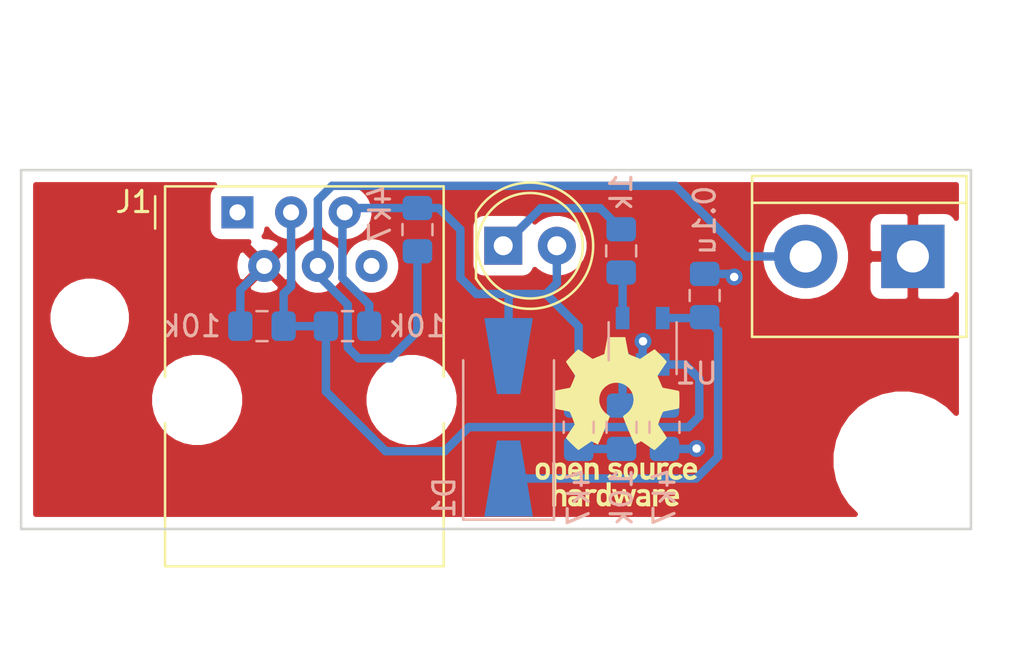
<source format=kicad_pcb>
(kicad_pcb (version 20171130) (host pcbnew "(5.1.0)-1")

  (general
    (thickness 1.6)
    (drawings 10)
    (tracks 68)
    (zones 0)
    (modules 16)
    (nets 12)
  )

  (page A4)
  (layers
    (0 F.Cu signal)
    (31 B.Cu signal)
    (32 B.Adhes user)
    (33 F.Adhes user)
    (34 B.Paste user)
    (35 F.Paste user)
    (36 B.SilkS user)
    (37 F.SilkS user)
    (38 B.Mask user)
    (39 F.Mask user)
    (40 Dwgs.User user)
    (41 Cmts.User user)
    (42 Eco1.User user)
    (43 Eco2.User user)
    (44 Edge.Cuts user)
    (45 Margin user)
    (46 B.CrtYd user)
    (47 F.CrtYd user)
    (48 B.Fab user)
    (49 F.Fab user)
  )

  (setup
    (last_trace_width 0.4)
    (user_trace_width 0.4)
    (user_trace_width 1)
    (trace_clearance 0.2)
    (zone_clearance 0.508)
    (zone_45_only no)
    (trace_min 0.2)
    (via_size 0.8)
    (via_drill 0.4)
    (via_min_size 0.4)
    (via_min_drill 0.3)
    (uvia_size 0.3)
    (uvia_drill 0.1)
    (uvias_allowed no)
    (uvia_min_size 0.2)
    (uvia_min_drill 0.1)
    (edge_width 0.05)
    (segment_width 0.2)
    (pcb_text_width 0.3)
    (pcb_text_size 1.5 1.5)
    (mod_edge_width 0.12)
    (mod_text_size 1 1)
    (mod_text_width 0.15)
    (pad_size 1.524 1.524)
    (pad_drill 0.762)
    (pad_to_mask_clearance 0.051)
    (solder_mask_min_width 0.25)
    (aux_axis_origin 0 0)
    (grid_origin 110 98)
    (visible_elements 7FFFFFFF)
    (pcbplotparams
      (layerselection 0x010fc_ffffffff)
      (usegerberextensions false)
      (usegerberattributes false)
      (usegerberadvancedattributes false)
      (creategerberjobfile false)
      (excludeedgelayer true)
      (linewidth 0.100000)
      (plotframeref false)
      (viasonmask false)
      (mode 1)
      (useauxorigin false)
      (hpglpennumber 1)
      (hpglpenspeed 20)
      (hpglpendiameter 15.000000)
      (psnegative false)
      (psa4output false)
      (plotreference true)
      (plotvalue true)
      (plotinvisibletext false)
      (padsonsilk false)
      (subtractmaskfromsilk true)
      (outputformat 1)
      (mirror false)
      (drillshape 0)
      (scaleselection 1)
      (outputdirectory "output"))
  )

  (net 0 "")
  (net 1 GND)
  (net 2 VCC)
  (net 3 "Net-(J1-Pad1)")
  (net 4 "Net-(J1-Pad4)")
  (net 5 "Net-(J1-Pad6)")
  (net 6 "Net-(R4-Pad2)")
  (net 7 "Net-(R5-Pad2)")
  (net 8 "Net-(R7-Pad1)")
  (net 9 /MiddlePoint)
  (net 10 "Net-(C1-Pad2)")
  (net 11 "Net-(D2-Pad1)")

  (net_class Default "This is the default net class."
    (clearance 0.2)
    (trace_width 0.25)
    (via_dia 0.8)
    (via_drill 0.4)
    (uvia_dia 0.3)
    (uvia_drill 0.1)
    (add_net /MiddlePoint)
    (add_net GND)
    (add_net "Net-(C1-Pad2)")
    (add_net "Net-(D2-Pad1)")
    (add_net "Net-(J1-Pad1)")
    (add_net "Net-(J1-Pad4)")
    (add_net "Net-(J1-Pad6)")
    (add_net "Net-(R4-Pad2)")
    (add_net "Net-(R5-Pad2)")
    (add_net "Net-(R7-Pad1)")
    (add_net VCC)
  )

  (module Symbol:OSHW-Logo_7.5x8mm_SilkScreen (layer F.Cu) (tedit 0) (tstamp 5D7365AE)
    (at 138.194 92.92)
    (descr "Open Source Hardware Logo")
    (tags "Logo OSHW")
    (attr virtual)
    (fp_text reference REF** (at 0 0) (layer F.SilkS) hide
      (effects (font (size 1 1) (thickness 0.15)))
    )
    (fp_text value OSHW-Logo_7.5x8mm_SilkScreen (at 0.75 0) (layer F.Fab) hide
      (effects (font (size 1 1) (thickness 0.15)))
    )
    (fp_poly (pts (xy 0.500964 -3.601424) (xy 0.576513 -3.200678) (xy 1.134041 -2.970846) (xy 1.468465 -3.198252)
      (xy 1.562122 -3.261569) (xy 1.646782 -3.318104) (xy 1.718495 -3.365273) (xy 1.773311 -3.400498)
      (xy 1.80728 -3.421195) (xy 1.81653 -3.425658) (xy 1.833195 -3.41418) (xy 1.868806 -3.382449)
      (xy 1.919371 -3.334517) (xy 1.9809 -3.274438) (xy 2.049399 -3.206267) (xy 2.120879 -3.134055)
      (xy 2.191347 -3.061858) (xy 2.256811 -2.993727) (xy 2.31328 -2.933717) (xy 2.356763 -2.885881)
      (xy 2.383268 -2.854273) (xy 2.389605 -2.843695) (xy 2.380486 -2.824194) (xy 2.35492 -2.781469)
      (xy 2.315597 -2.719702) (xy 2.265203 -2.643069) (xy 2.206427 -2.555752) (xy 2.172368 -2.505948)
      (xy 2.110289 -2.415007) (xy 2.055126 -2.332941) (xy 2.009554 -2.263837) (xy 1.97625 -2.211778)
      (xy 1.95789 -2.18085) (xy 1.955131 -2.17435) (xy 1.961385 -2.155879) (xy 1.978434 -2.112828)
      (xy 2.003703 -2.051251) (xy 2.034622 -1.977201) (xy 2.068618 -1.89673) (xy 2.103118 -1.815893)
      (xy 2.135551 -1.740742) (xy 2.163343 -1.677329) (xy 2.183923 -1.631707) (xy 2.194719 -1.609931)
      (xy 2.195356 -1.609074) (xy 2.212307 -1.604916) (xy 2.257451 -1.595639) (xy 2.32611 -1.582156)
      (xy 2.413602 -1.565379) (xy 2.51525 -1.546219) (xy 2.574556 -1.53517) (xy 2.683172 -1.51449)
      (xy 2.781277 -1.494811) (xy 2.863909 -1.477211) (xy 2.926104 -1.462767) (xy 2.962899 -1.452554)
      (xy 2.970296 -1.449314) (xy 2.97754 -1.427383) (xy 2.983385 -1.377853) (xy 2.987835 -1.306515)
      (xy 2.990893 -1.219161) (xy 2.992565 -1.121583) (xy 2.992853 -1.019574) (xy 2.991761 -0.918925)
      (xy 2.989294 -0.825428) (xy 2.985456 -0.744875) (xy 2.98025 -0.683058) (xy 2.973681 -0.64577)
      (xy 2.969741 -0.638007) (xy 2.946188 -0.628702) (xy 2.896282 -0.6154) (xy 2.826623 -0.599663)
      (xy 2.743813 -0.583054) (xy 2.714905 -0.577681) (xy 2.575531 -0.552152) (xy 2.465436 -0.531592)
      (xy 2.380982 -0.515185) (xy 2.31853 -0.502113) (xy 2.274444 -0.491559) (xy 2.245085 -0.482706)
      (xy 2.226815 -0.474737) (xy 2.215998 -0.466835) (xy 2.214485 -0.465273) (xy 2.199377 -0.440114)
      (xy 2.176329 -0.39115) (xy 2.147644 -0.324379) (xy 2.115622 -0.245795) (xy 2.082565 -0.161393)
      (xy 2.050773 -0.07717) (xy 2.022549 0.000879) (xy 2.000193 0.066759) (xy 1.986007 0.114473)
      (xy 1.982293 0.138027) (xy 1.982602 0.138852) (xy 1.995189 0.158104) (xy 2.023744 0.200463)
      (xy 2.065267 0.261521) (xy 2.116756 0.336868) (xy 2.175211 0.422096) (xy 2.191858 0.446315)
      (xy 2.251215 0.534123) (xy 2.303447 0.614238) (xy 2.345708 0.682062) (xy 2.375153 0.732993)
      (xy 2.388937 0.762431) (xy 2.389605 0.766048) (xy 2.378024 0.785057) (xy 2.346024 0.822714)
      (xy 2.297718 0.874973) (xy 2.23722 0.937786) (xy 2.168644 1.007106) (xy 2.096104 1.078885)
      (xy 2.023712 1.149077) (xy 1.955584 1.213635) (xy 1.895832 1.26851) (xy 1.848571 1.309656)
      (xy 1.817913 1.333026) (xy 1.809432 1.336842) (xy 1.789691 1.327855) (xy 1.749274 1.303616)
      (xy 1.694763 1.268209) (xy 1.652823 1.239711) (xy 1.576829 1.187418) (xy 1.486834 1.125845)
      (xy 1.396564 1.06437) (xy 1.348032 1.031469) (xy 1.183762 0.920359) (xy 1.045869 0.994916)
      (xy 0.983049 1.027578) (xy 0.929629 1.052966) (xy 0.893484 1.067446) (xy 0.884284 1.06946)
      (xy 0.873221 1.054584) (xy 0.851394 1.012547) (xy 0.820434 0.947227) (xy 0.78197 0.8625)
      (xy 0.737632 0.762245) (xy 0.689047 0.650339) (xy 0.637846 0.530659) (xy 0.585659 0.407084)
      (xy 0.534113 0.283491) (xy 0.48484 0.163757) (xy 0.439467 0.051759) (xy 0.399625 -0.048623)
      (xy 0.366942 -0.133514) (xy 0.343049 -0.199035) (xy 0.329574 -0.24131) (xy 0.327406 -0.255828)
      (xy 0.344583 -0.274347) (xy 0.38219 -0.30441) (xy 0.432366 -0.339768) (xy 0.436578 -0.342566)
      (xy 0.566264 -0.446375) (xy 0.670834 -0.567485) (xy 0.749381 -0.702024) (xy 0.800999 -0.846118)
      (xy 0.824782 -0.995895) (xy 0.819823 -1.147483) (xy 0.785217 -1.297008) (xy 0.720057 -1.4406)
      (xy 0.700886 -1.472016) (xy 0.601174 -1.598875) (xy 0.483377 -1.700745) (xy 0.351571 -1.777096)
      (xy 0.209833 -1.827398) (xy 0.062242 -1.851121) (xy -0.087127 -1.847735) (xy -0.234197 -1.816712)
      (xy -0.374889 -1.75752) (xy -0.505127 -1.669631) (xy -0.545414 -1.633958) (xy -0.647945 -1.522294)
      (xy -0.722659 -1.404743) (xy -0.77391 -1.27298) (xy -0.802454 -1.142493) (xy -0.8095 -0.995784)
      (xy -0.786004 -0.848347) (xy -0.734351 -0.705166) (xy -0.656929 -0.571223) (xy -0.556125 -0.451502)
      (xy -0.434324 -0.350986) (xy -0.418316 -0.340391) (xy -0.367602 -0.305694) (xy -0.32905 -0.27563)
      (xy -0.310619 -0.256435) (xy -0.310351 -0.255828) (xy -0.314308 -0.235064) (xy -0.329993 -0.187938)
      (xy -0.355778 -0.118327) (xy -0.390031 -0.030107) (xy -0.431123 0.072844) (xy -0.477424 0.18665)
      (xy -0.527304 0.307435) (xy -0.579133 0.431321) (xy -0.631281 0.554432) (xy -0.682118 0.672891)
      (xy -0.730013 0.782823) (xy -0.773338 0.880349) (xy -0.810462 0.961593) (xy -0.839756 1.022679)
      (xy -0.859588 1.05973) (xy -0.867574 1.06946) (xy -0.891979 1.061883) (xy -0.937642 1.04156)
      (xy -0.99669 1.012125) (xy -1.02916 0.994916) (xy -1.167053 0.920359) (xy -1.331323 1.031469)
      (xy -1.415179 1.08839) (xy -1.506987 1.15103) (xy -1.59302 1.210011) (xy -1.636113 1.239711)
      (xy -1.696723 1.28041) (xy -1.748045 1.312663) (xy -1.783385 1.332384) (xy -1.794863 1.336554)
      (xy -1.81157 1.325307) (xy -1.848546 1.293911) (xy -1.902205 1.245624) (xy -1.968962 1.183708)
      (xy -2.045234 1.111421) (xy -2.093473 1.065008) (xy -2.177867 0.982087) (xy -2.250803 0.90792)
      (xy -2.309331 0.84568) (xy -2.350503 0.798541) (xy -2.371372 0.769673) (xy -2.373374 0.763815)
      (xy -2.364083 0.741532) (xy -2.338409 0.696477) (xy -2.2992 0.633211) (xy -2.249303 0.556295)
      (xy -2.191567 0.470292) (xy -2.175149 0.446315) (xy -2.115323 0.35917) (xy -2.06165 0.28071)
      (xy -2.01713 0.215345) (xy -1.984765 0.167484) (xy -1.967555 0.141535) (xy -1.965893 0.138852)
      (xy -1.968379 0.118172) (xy -1.981577 0.072704) (xy -2.003186 0.008444) (xy -2.030904 -0.068613)
      (xy -2.06243 -0.152471) (xy -2.095463 -0.237134) (xy -2.127701 -0.316608) (xy -2.156843 -0.384896)
      (xy -2.180588 -0.436003) (xy -2.196635 -0.463933) (xy -2.197775 -0.465273) (xy -2.207588 -0.473255)
      (xy -2.224161 -0.481149) (xy -2.251132 -0.489771) (xy -2.292139 -0.499938) (xy -2.35082 -0.512469)
      (xy -2.430813 -0.528179) (xy -2.535755 -0.547887) (xy -2.669285 -0.572408) (xy -2.698196 -0.577681)
      (xy -2.783882 -0.594236) (xy -2.858582 -0.610431) (xy -2.915694 -0.624704) (xy -2.948617 -0.635492)
      (xy -2.953031 -0.638007) (xy -2.960306 -0.660304) (xy -2.966219 -0.710131) (xy -2.970766 -0.781696)
      (xy -2.973945 -0.869207) (xy -2.975749 -0.966872) (xy -2.976177 -1.068899) (xy -2.975223 -1.169497)
      (xy -2.972884 -1.262873) (xy -2.969156 -1.343235) (xy -2.964034 -1.404791) (xy -2.957516 -1.44175)
      (xy -2.953586 -1.449314) (xy -2.931708 -1.456944) (xy -2.881891 -1.469358) (xy -2.809097 -1.485478)
      (xy -2.718289 -1.504227) (xy -2.614431 -1.524529) (xy -2.557846 -1.53517) (xy -2.450486 -1.55524)
      (xy -2.354746 -1.57342) (xy -2.275306 -1.588801) (xy -2.216846 -1.600469) (xy -2.184045 -1.607512)
      (xy -2.178646 -1.609074) (xy -2.169522 -1.626678) (xy -2.150235 -1.669082) (xy -2.123355 -1.730228)
      (xy -2.091454 -1.804057) (xy -2.057102 -1.884511) (xy -2.022871 -1.965532) (xy -1.991331 -2.041063)
      (xy -1.965054 -2.105045) (xy -1.946611 -2.15142) (xy -1.938571 -2.174131) (xy -1.938422 -2.175124)
      (xy -1.947535 -2.193039) (xy -1.973086 -2.234267) (xy -2.012388 -2.294709) (xy -2.062757 -2.370269)
      (xy -2.121506 -2.456848) (xy -2.155658 -2.506579) (xy -2.21789 -2.597764) (xy -2.273164 -2.680551)
      (xy -2.318782 -2.750751) (xy -2.352048 -2.804176) (xy -2.370264 -2.836639) (xy -2.372895 -2.843917)
      (xy -2.361586 -2.860855) (xy -2.330319 -2.897022) (xy -2.28309 -2.948365) (xy -2.223892 -3.010833)
      (xy -2.156719 -3.080374) (xy -2.085566 -3.152935) (xy -2.014426 -3.224465) (xy -1.947293 -3.290913)
      (xy -1.888161 -3.348226) (xy -1.841025 -3.392353) (xy -1.809877 -3.419241) (xy -1.799457 -3.425658)
      (xy -1.782491 -3.416635) (xy -1.741911 -3.391285) (xy -1.681663 -3.35219) (xy -1.605693 -3.301929)
      (xy -1.517946 -3.243083) (xy -1.451756 -3.198252) (xy -1.117332 -2.970846) (xy -0.838567 -3.085762)
      (xy -0.559803 -3.200678) (xy -0.484254 -3.601424) (xy -0.408706 -4.002171) (xy 0.425415 -4.002171)
      (xy 0.500964 -3.601424)) (layer F.SilkS) (width 0.01))
    (fp_poly (pts (xy 2.391388 1.937645) (xy 2.448865 1.955206) (xy 2.485872 1.977395) (xy 2.497927 1.994942)
      (xy 2.494609 2.015742) (xy 2.473079 2.048419) (xy 2.454874 2.071562) (xy 2.417344 2.113402)
      (xy 2.389148 2.131005) (xy 2.365111 2.129856) (xy 2.293808 2.11171) (xy 2.241442 2.112534)
      (xy 2.198918 2.133098) (xy 2.184642 2.145134) (xy 2.138947 2.187483) (xy 2.138947 2.740526)
      (xy 1.955131 2.740526) (xy 1.955131 1.938421) (xy 2.047039 1.938421) (xy 2.102219 1.940603)
      (xy 2.130688 1.948351) (xy 2.138943 1.963468) (xy 2.138947 1.963916) (xy 2.142845 1.979749)
      (xy 2.160474 1.977684) (xy 2.184901 1.966261) (xy 2.23535 1.945005) (xy 2.276316 1.932216)
      (xy 2.329028 1.928938) (xy 2.391388 1.937645)) (layer F.SilkS) (width 0.01))
    (fp_poly (pts (xy -1.002043 1.952226) (xy -0.960454 1.97209) (xy -0.920175 2.000784) (xy -0.88949 2.033809)
      (xy -0.867139 2.075931) (xy -0.851864 2.131915) (xy -0.842408 2.206528) (xy -0.837513 2.304535)
      (xy -0.835919 2.430702) (xy -0.835894 2.443914) (xy -0.835527 2.740526) (xy -1.019343 2.740526)
      (xy -1.019343 2.467081) (xy -1.019473 2.365777) (xy -1.020379 2.292353) (xy -1.022827 2.241271)
      (xy -1.027586 2.20699) (xy -1.035426 2.183971) (xy -1.047115 2.166673) (xy -1.063398 2.149581)
      (xy -1.120366 2.112857) (xy -1.182555 2.106042) (xy -1.241801 2.129261) (xy -1.262405 2.146543)
      (xy -1.27753 2.162791) (xy -1.28839 2.180191) (xy -1.29569 2.204212) (xy -1.300137 2.240322)
      (xy -1.302436 2.293988) (xy -1.303296 2.37068) (xy -1.303422 2.464043) (xy -1.303422 2.740526)
      (xy -1.487237 2.740526) (xy -1.487237 1.938421) (xy -1.395329 1.938421) (xy -1.340149 1.940603)
      (xy -1.31168 1.948351) (xy -1.303425 1.963468) (xy -1.303422 1.963916) (xy -1.299592 1.97872)
      (xy -1.282699 1.97704) (xy -1.249112 1.960773) (xy -1.172937 1.93684) (xy -1.0858 1.934178)
      (xy -1.002043 1.952226)) (layer F.SilkS) (width 0.01))
    (fp_poly (pts (xy 3.558784 1.935554) (xy 3.601574 1.945949) (xy 3.683609 1.984013) (xy 3.753757 2.042149)
      (xy 3.802305 2.111852) (xy 3.808975 2.127502) (xy 3.818124 2.168496) (xy 3.824529 2.229138)
      (xy 3.82671 2.29043) (xy 3.82671 2.406316) (xy 3.584407 2.406316) (xy 3.484471 2.406693)
      (xy 3.414069 2.408987) (xy 3.369313 2.414938) (xy 3.346315 2.426285) (xy 3.341189 2.444771)
      (xy 3.350048 2.472136) (xy 3.365917 2.504155) (xy 3.410184 2.557592) (xy 3.471699 2.584215)
      (xy 3.546885 2.583347) (xy 3.632053 2.554371) (xy 3.705659 2.518611) (xy 3.766734 2.566904)
      (xy 3.82781 2.615197) (xy 3.770351 2.668285) (xy 3.693641 2.718445) (xy 3.599302 2.748688)
      (xy 3.497827 2.757151) (xy 3.399711 2.741974) (xy 3.383881 2.736824) (xy 3.297647 2.691791)
      (xy 3.233501 2.624652) (xy 3.190091 2.533405) (xy 3.166064 2.416044) (xy 3.165784 2.413529)
      (xy 3.163633 2.285627) (xy 3.172329 2.239997) (xy 3.342105 2.239997) (xy 3.357697 2.247013)
      (xy 3.400029 2.252388) (xy 3.462434 2.255457) (xy 3.501981 2.255921) (xy 3.575728 2.25563)
      (xy 3.62184 2.253783) (xy 3.6461 2.248912) (xy 3.654294 2.239555) (xy 3.652206 2.224245)
      (xy 3.650455 2.218322) (xy 3.62056 2.162668) (xy 3.573542 2.117815) (xy 3.532049 2.098105)
      (xy 3.476926 2.099295) (xy 3.421068 2.123875) (xy 3.374212 2.16457) (xy 3.346094 2.214108)
      (xy 3.342105 2.239997) (xy 3.172329 2.239997) (xy 3.185074 2.173133) (xy 3.227611 2.078727)
      (xy 3.288747 2.005088) (xy 3.365985 1.954893) (xy 3.45683 1.930822) (xy 3.558784 1.935554)) (layer F.SilkS) (width 0.01))
    (fp_poly (pts (xy 2.946576 1.945419) (xy 3.043395 1.986549) (xy 3.07389 2.006571) (xy 3.112865 2.03734)
      (xy 3.137331 2.061533) (xy 3.141578 2.069413) (xy 3.129584 2.086899) (xy 3.098887 2.11657)
      (xy 3.074312 2.137279) (xy 3.007046 2.191336) (xy 2.95393 2.146642) (xy 2.912884 2.117789)
      (xy 2.872863 2.107829) (xy 2.827059 2.110261) (xy 2.754324 2.128345) (xy 2.704256 2.165881)
      (xy 2.673829 2.226562) (xy 2.660017 2.314081) (xy 2.660013 2.314136) (xy 2.661208 2.411958)
      (xy 2.679772 2.48373) (xy 2.716804 2.532595) (xy 2.74205 2.549143) (xy 2.809097 2.569749)
      (xy 2.880709 2.569762) (xy 2.943015 2.549768) (xy 2.957763 2.54) (xy 2.99475 2.515047)
      (xy 3.023668 2.510958) (xy 3.054856 2.52953) (xy 3.089336 2.562887) (xy 3.143912 2.619196)
      (xy 3.083318 2.669142) (xy 2.989698 2.725513) (xy 2.884125 2.753293) (xy 2.773798 2.751282)
      (xy 2.701343 2.732862) (xy 2.616656 2.68731) (xy 2.548927 2.61565) (xy 2.518157 2.565066)
      (xy 2.493236 2.492488) (xy 2.480766 2.400569) (xy 2.48067 2.300948) (xy 2.49287 2.205267)
      (xy 2.51729 2.125169) (xy 2.521136 2.116956) (xy 2.578093 2.036413) (xy 2.655209 1.977771)
      (xy 2.74639 1.942247) (xy 2.845543 1.931057) (xy 2.946576 1.945419)) (layer F.SilkS) (width 0.01))
    (fp_poly (pts (xy 1.320131 2.198533) (xy 1.32171 2.321089) (xy 1.327481 2.414179) (xy 1.338991 2.481651)
      (xy 1.35779 2.527355) (xy 1.385426 2.555139) (xy 1.423448 2.568854) (xy 1.470526 2.572358)
      (xy 1.519832 2.568432) (xy 1.557283 2.554089) (xy 1.584428 2.525478) (xy 1.602815 2.478751)
      (xy 1.613993 2.410058) (xy 1.619511 2.31555) (xy 1.620921 2.198533) (xy 1.620921 1.938421)
      (xy 1.804736 1.938421) (xy 1.804736 2.740526) (xy 1.712828 2.740526) (xy 1.657422 2.738281)
      (xy 1.628891 2.730396) (xy 1.620921 2.715428) (xy 1.61612 2.702097) (xy 1.597014 2.704917)
      (xy 1.558504 2.723783) (xy 1.470239 2.752887) (xy 1.376623 2.750825) (xy 1.286921 2.719221)
      (xy 1.244204 2.694257) (xy 1.211621 2.667226) (xy 1.187817 2.633405) (xy 1.171439 2.588068)
      (xy 1.161131 2.526489) (xy 1.155541 2.443943) (xy 1.153312 2.335705) (xy 1.153026 2.252004)
      (xy 1.153026 1.938421) (xy 1.320131 1.938421) (xy 1.320131 2.198533)) (layer F.SilkS) (width 0.01))
    (fp_poly (pts (xy 0.811669 1.94831) (xy 0.896192 1.99434) (xy 0.962321 2.067006) (xy 0.993478 2.126106)
      (xy 1.006855 2.178305) (xy 1.015522 2.252719) (xy 1.019237 2.338442) (xy 1.017754 2.424569)
      (xy 1.010831 2.500193) (xy 1.002745 2.540584) (xy 0.975465 2.59584) (xy 0.92822 2.65453)
      (xy 0.871282 2.705852) (xy 0.814924 2.739005) (xy 0.81355 2.739531) (xy 0.743616 2.754018)
      (xy 0.660737 2.754377) (xy 0.581977 2.741188) (xy 0.551566 2.730617) (xy 0.473239 2.686201)
      (xy 0.417143 2.628007) (xy 0.380286 2.550965) (xy 0.35968 2.450001) (xy 0.355018 2.397116)
      (xy 0.355613 2.330663) (xy 0.534736 2.330663) (xy 0.54077 2.42763) (xy 0.558138 2.501523)
      (xy 0.58574 2.548736) (xy 0.605404 2.562237) (xy 0.655787 2.571651) (xy 0.715673 2.568864)
      (xy 0.767449 2.555316) (xy 0.781027 2.547862) (xy 0.816849 2.504451) (xy 0.840493 2.438014)
      (xy 0.850558 2.357161) (xy 0.845642 2.270502) (xy 0.834655 2.218349) (xy 0.803109 2.157951)
      (xy 0.753311 2.120197) (xy 0.693337 2.107143) (xy 0.631264 2.120849) (xy 0.583582 2.154372)
      (xy 0.558525 2.182031) (xy 0.5439 2.209294) (xy 0.536929 2.24619) (xy 0.534833 2.30275)
      (xy 0.534736 2.330663) (xy 0.355613 2.330663) (xy 0.356282 2.255994) (xy 0.379265 2.140271)
      (xy 0.423972 2.049941) (xy 0.490405 1.985) (xy 0.578565 1.945445) (xy 0.597495 1.940858)
      (xy 0.711266 1.93009) (xy 0.811669 1.94831)) (layer F.SilkS) (width 0.01))
    (fp_poly (pts (xy 0.018628 1.935547) (xy 0.081908 1.947548) (xy 0.147557 1.972648) (xy 0.154572 1.975848)
      (xy 0.204356 2.002026) (xy 0.238834 2.026353) (xy 0.249978 2.041937) (xy 0.239366 2.067353)
      (xy 0.213588 2.104853) (xy 0.202146 2.118852) (xy 0.154992 2.173954) (xy 0.094201 2.138086)
      (xy 0.036347 2.114192) (xy -0.0305 2.10142) (xy -0.094606 2.100613) (xy -0.144236 2.112615)
      (xy -0.156146 2.120105) (xy -0.178828 2.15445) (xy -0.181584 2.194013) (xy -0.164612 2.22492)
      (xy -0.154573 2.230913) (xy -0.12449 2.238357) (xy -0.071611 2.247106) (xy -0.006425 2.255467)
      (xy 0.0056 2.256778) (xy 0.110297 2.274888) (xy 0.186232 2.305651) (xy 0.236592 2.351907)
      (xy 0.264564 2.416497) (xy 0.273278 2.495387) (xy 0.26124 2.585065) (xy 0.222151 2.655486)
      (xy 0.155855 2.706777) (xy 0.062194 2.739067) (xy -0.041777 2.751807) (xy -0.126562 2.751654)
      (xy -0.195335 2.740083) (xy -0.242303 2.724109) (xy -0.30165 2.696275) (xy -0.356494 2.663973)
      (xy -0.375987 2.649755) (xy -0.426119 2.608835) (xy -0.305197 2.486477) (xy -0.236457 2.531967)
      (xy -0.167512 2.566133) (xy -0.093889 2.584004) (xy -0.023117 2.585889) (xy 0.037274 2.572101)
      (xy 0.079757 2.542949) (xy 0.093474 2.518352) (xy 0.091417 2.478904) (xy 0.05733 2.448737)
      (xy -0.008692 2.427906) (xy -0.081026 2.418279) (xy -0.192348 2.39991) (xy -0.275048 2.365254)
      (xy -0.330235 2.313297) (xy -0.359012 2.243023) (xy -0.362999 2.159707) (xy -0.343307 2.072681)
      (xy -0.298411 2.006902) (xy -0.227909 1.962068) (xy -0.131399 1.937879) (xy -0.0599 1.933137)
      (xy 0.018628 1.935547)) (layer F.SilkS) (width 0.01))
    (fp_poly (pts (xy -1.802982 1.957027) (xy -1.78633 1.964866) (xy -1.728695 2.007086) (xy -1.674195 2.0687)
      (xy -1.633501 2.136543) (xy -1.621926 2.167734) (xy -1.611366 2.223449) (xy -1.605069 2.290781)
      (xy -1.604304 2.318585) (xy -1.604211 2.406316) (xy -2.10915 2.406316) (xy -2.098387 2.45227)
      (xy -2.071967 2.50662) (xy -2.025778 2.553591) (xy -1.970828 2.583848) (xy -1.935811 2.590131)
      (xy -1.888323 2.582506) (xy -1.831665 2.563383) (xy -1.812418 2.554584) (xy -1.741241 2.519036)
      (xy -1.680498 2.565367) (xy -1.645448 2.596703) (xy -1.626798 2.622567) (xy -1.625853 2.630158)
      (xy -1.642515 2.648556) (xy -1.67903 2.676515) (xy -1.712172 2.698327) (xy -1.801607 2.737537)
      (xy -1.901871 2.755285) (xy -2.001246 2.75067) (xy -2.080461 2.726551) (xy -2.16212 2.674884)
      (xy -2.220151 2.606856) (xy -2.256454 2.518843) (xy -2.272928 2.407216) (xy -2.274389 2.356138)
      (xy -2.268543 2.239091) (xy -2.267825 2.235686) (xy -2.100511 2.235686) (xy -2.095903 2.246662)
      (xy -2.076964 2.252715) (xy -2.037902 2.25531) (xy -1.972923 2.25591) (xy -1.947903 2.255921)
      (xy -1.871779 2.255014) (xy -1.823504 2.25172) (xy -1.79754 2.245181) (xy -1.788352 2.234537)
      (xy -1.788027 2.231119) (xy -1.798513 2.203956) (xy -1.824758 2.165903) (xy -1.836041 2.152579)
      (xy -1.877928 2.114896) (xy -1.921591 2.10008) (xy -1.945115 2.098842) (xy -2.008757 2.114329)
      (xy -2.062127 2.15593) (xy -2.095981 2.216353) (xy -2.096581 2.218322) (xy -2.100511 2.235686)
      (xy -2.267825 2.235686) (xy -2.249101 2.146928) (xy -2.214078 2.07319) (xy -2.171244 2.020848)
      (xy -2.092052 1.964092) (xy -1.99896 1.933762) (xy -1.899945 1.931021) (xy -1.802982 1.957027)) (layer F.SilkS) (width 0.01))
    (fp_poly (pts (xy -3.373216 1.947104) (xy -3.285795 1.985754) (xy -3.21943 2.05029) (xy -3.174024 2.140812)
      (xy -3.149482 2.257418) (xy -3.147723 2.275624) (xy -3.146344 2.403984) (xy -3.164216 2.516496)
      (xy -3.20025 2.607688) (xy -3.219545 2.637022) (xy -3.286755 2.699106) (xy -3.37235 2.739316)
      (xy -3.46811 2.756003) (xy -3.565813 2.747517) (xy -3.640083 2.72138) (xy -3.703953 2.677335)
      (xy -3.756154 2.619587) (xy -3.757057 2.618236) (xy -3.778256 2.582593) (xy -3.792033 2.546752)
      (xy -3.800376 2.501519) (xy -3.805273 2.437701) (xy -3.807431 2.385368) (xy -3.808329 2.33791)
      (xy -3.641257 2.33791) (xy -3.639624 2.385154) (xy -3.633696 2.448046) (xy -3.623239 2.488407)
      (xy -3.604381 2.517122) (xy -3.586719 2.533896) (xy -3.524106 2.569016) (xy -3.458592 2.57371)
      (xy -3.397579 2.54844) (xy -3.367072 2.520124) (xy -3.345089 2.491589) (xy -3.332231 2.464284)
      (xy -3.326588 2.42875) (xy -3.326249 2.375524) (xy -3.327988 2.326506) (xy -3.331729 2.256482)
      (xy -3.337659 2.211064) (xy -3.348347 2.18144) (xy -3.366361 2.158797) (xy -3.380637 2.145855)
      (xy -3.440349 2.11186) (xy -3.504766 2.110165) (xy -3.558781 2.130301) (xy -3.60486 2.172352)
      (xy -3.632311 2.241428) (xy -3.641257 2.33791) (xy -3.808329 2.33791) (xy -3.809401 2.281299)
      (xy -3.806036 2.203468) (xy -3.795955 2.14493) (xy -3.777774 2.098737) (xy -3.75011 2.057942)
      (xy -3.739854 2.045828) (xy -3.675722 1.985474) (xy -3.606934 1.95022) (xy -3.522811 1.93545)
      (xy -3.481791 1.934243) (xy -3.373216 1.947104)) (layer F.SilkS) (width 0.01))
    (fp_poly (pts (xy 2.701193 3.196078) (xy 2.781068 3.216845) (xy 2.847962 3.259705) (xy 2.880351 3.291723)
      (xy 2.933445 3.367413) (xy 2.963873 3.455216) (xy 2.974327 3.56315) (xy 2.97438 3.571875)
      (xy 2.974473 3.659605) (xy 2.469534 3.659605) (xy 2.480298 3.705559) (xy 2.499732 3.747178)
      (xy 2.533745 3.790544) (xy 2.54086 3.797467) (xy 2.602003 3.834935) (xy 2.671729 3.841289)
      (xy 2.751987 3.816638) (xy 2.765592 3.81) (xy 2.807319 3.789819) (xy 2.835268 3.778321)
      (xy 2.840145 3.777258) (xy 2.857168 3.787583) (xy 2.889633 3.812845) (xy 2.906114 3.82665)
      (xy 2.940264 3.858361) (xy 2.951478 3.879299) (xy 2.943695 3.89856) (xy 2.939535 3.903827)
      (xy 2.911357 3.926878) (xy 2.864862 3.954892) (xy 2.832434 3.971246) (xy 2.740385 4.000059)
      (xy 2.638476 4.009395) (xy 2.541963 3.998332) (xy 2.514934 3.990412) (xy 2.431276 3.945581)
      (xy 2.369266 3.876598) (xy 2.328545 3.782794) (xy 2.308755 3.663498) (xy 2.306582 3.601118)
      (xy 2.312926 3.510298) (xy 2.473157 3.510298) (xy 2.488655 3.517012) (xy 2.530312 3.52228)
      (xy 2.590876 3.525389) (xy 2.631907 3.525921) (xy 2.705711 3.525408) (xy 2.752293 3.523006)
      (xy 2.777848 3.517422) (xy 2.788569 3.507361) (xy 2.790657 3.492763) (xy 2.776331 3.447796)
      (xy 2.740262 3.403353) (xy 2.692815 3.369242) (xy 2.645349 3.355288) (xy 2.580879 3.367666)
      (xy 2.52507 3.403452) (xy 2.486374 3.455033) (xy 2.473157 3.510298) (xy 2.312926 3.510298)
      (xy 2.315821 3.468866) (xy 2.344336 3.363498) (xy 2.392729 3.284178) (xy 2.461604 3.230071)
      (xy 2.551565 3.200343) (xy 2.6003 3.194618) (xy 2.701193 3.196078)) (layer F.SilkS) (width 0.01))
    (fp_poly (pts (xy 2.173167 3.191447) (xy 2.237408 3.204112) (xy 2.27398 3.222864) (xy 2.312453 3.254017)
      (xy 2.257717 3.323127) (xy 2.223969 3.364979) (xy 2.201053 3.385398) (xy 2.178279 3.388517)
      (xy 2.144956 3.378472) (xy 2.129314 3.372789) (xy 2.065542 3.364404) (xy 2.00714 3.382378)
      (xy 1.964264 3.422982) (xy 1.957299 3.435929) (xy 1.949713 3.470224) (xy 1.943859 3.533427)
      (xy 1.940011 3.62106) (xy 1.938443 3.72864) (xy 1.938421 3.743944) (xy 1.938421 4.010526)
      (xy 1.754605 4.010526) (xy 1.754605 3.19171) (xy 1.846513 3.19171) (xy 1.899507 3.193094)
      (xy 1.927115 3.199252) (xy 1.937324 3.213194) (xy 1.938421 3.226344) (xy 1.938421 3.260978)
      (xy 1.98245 3.226344) (xy 2.032937 3.202716) (xy 2.10076 3.191033) (xy 2.173167 3.191447)) (layer F.SilkS) (width 0.01))
    (fp_poly (pts (xy 1.379992 3.196673) (xy 1.450427 3.21378) (xy 1.470787 3.222844) (xy 1.510253 3.246583)
      (xy 1.540541 3.273321) (xy 1.562952 3.307699) (xy 1.578786 3.35436) (xy 1.589343 3.417946)
      (xy 1.595924 3.503099) (xy 1.599828 3.614462) (xy 1.60131 3.688849) (xy 1.606765 4.010526)
      (xy 1.51358 4.010526) (xy 1.457047 4.008156) (xy 1.427922 4.000055) (xy 1.420394 3.986451)
      (xy 1.41642 3.971741) (xy 1.398652 3.974554) (xy 1.37444 3.986348) (xy 1.313828 4.004427)
      (xy 1.235929 4.009299) (xy 1.153995 4.00133) (xy 1.081281 3.980889) (xy 1.074759 3.978051)
      (xy 1.008302 3.931365) (xy 0.964491 3.866464) (xy 0.944332 3.7906) (xy 0.945872 3.763344)
      (xy 1.110345 3.763344) (xy 1.124837 3.800024) (xy 1.167805 3.826309) (xy 1.237129 3.840417)
      (xy 1.274177 3.84229) (xy 1.335919 3.837494) (xy 1.37696 3.818858) (xy 1.386973 3.81)
      (xy 1.4141 3.761806) (xy 1.420394 3.718092) (xy 1.420394 3.659605) (xy 1.33893 3.659605)
      (xy 1.244234 3.664432) (xy 1.177813 3.679613) (xy 1.135846 3.7062) (xy 1.126449 3.718052)
      (xy 1.110345 3.763344) (xy 0.945872 3.763344) (xy 0.948829 3.711026) (xy 0.978985 3.634995)
      (xy 1.020131 3.583612) (xy 1.045052 3.561397) (xy 1.069448 3.546798) (xy 1.101191 3.537897)
      (xy 1.148152 3.532775) (xy 1.218204 3.529515) (xy 1.24599 3.528577) (xy 1.420394 3.522879)
      (xy 1.420138 3.470091) (xy 1.413384 3.414603) (xy 1.388964 3.381052) (xy 1.33963 3.359618)
      (xy 1.338306 3.359236) (xy 1.26836 3.350808) (xy 1.199914 3.361816) (xy 1.149047 3.388585)
      (xy 1.128637 3.401803) (xy 1.106654 3.399974) (xy 1.072826 3.380824) (xy 1.052961 3.367308)
      (xy 1.014106 3.338432) (xy 0.990038 3.316786) (xy 0.986176 3.310589) (xy 1.002079 3.278519)
      (xy 1.049065 3.240219) (xy 1.069473 3.227297) (xy 1.128143 3.205041) (xy 1.207212 3.192432)
      (xy 1.295041 3.1896) (xy 1.379992 3.196673)) (layer F.SilkS) (width 0.01))
    (fp_poly (pts (xy 0.37413 3.195104) (xy 0.44022 3.200066) (xy 0.526626 3.459079) (xy 0.613031 3.718092)
      (xy 0.640124 3.626184) (xy 0.656428 3.569384) (xy 0.677875 3.492625) (xy 0.701035 3.408251)
      (xy 0.71328 3.362993) (xy 0.759344 3.19171) (xy 0.949387 3.19171) (xy 0.892582 3.371349)
      (xy 0.864607 3.459704) (xy 0.830813 3.566281) (xy 0.79552 3.677454) (xy 0.764013 3.776579)
      (xy 0.69225 4.002171) (xy 0.537286 4.012253) (xy 0.49527 3.873528) (xy 0.469359 3.787351)
      (xy 0.441083 3.692347) (xy 0.416369 3.608441) (xy 0.415394 3.605102) (xy 0.396935 3.548248)
      (xy 0.380649 3.509456) (xy 0.369242 3.494787) (xy 0.366898 3.496483) (xy 0.358671 3.519225)
      (xy 0.343038 3.56794) (xy 0.321904 3.636502) (xy 0.29717 3.718785) (xy 0.283787 3.764046)
      (xy 0.211311 4.010526) (xy 0.057495 4.010526) (xy -0.065469 3.622006) (xy -0.100012 3.513022)
      (xy -0.131479 3.414048) (xy -0.158384 3.329736) (xy -0.179241 3.264734) (xy -0.192562 3.223692)
      (xy -0.196612 3.211701) (xy -0.193406 3.199423) (xy -0.168235 3.194046) (xy -0.115854 3.194584)
      (xy -0.107655 3.19499) (xy -0.010518 3.200066) (xy 0.0531 3.434013) (xy 0.076484 3.519333)
      (xy 0.097381 3.594335) (xy 0.113951 3.652507) (xy 0.124354 3.687337) (xy 0.126276 3.693016)
      (xy 0.134241 3.686486) (xy 0.150304 3.652654) (xy 0.172621 3.596127) (xy 0.199345 3.52151)
      (xy 0.221937 3.454107) (xy 0.308041 3.190143) (xy 0.37413 3.195104)) (layer F.SilkS) (width 0.01))
    (fp_poly (pts (xy -0.267369 4.010526) (xy -0.359277 4.010526) (xy -0.412623 4.008962) (xy -0.440407 4.002485)
      (xy -0.45041 3.988418) (xy -0.451185 3.978906) (xy -0.452872 3.959832) (xy -0.46351 3.956174)
      (xy -0.491465 3.967932) (xy -0.513205 3.978906) (xy -0.596668 4.004911) (xy -0.687396 4.006416)
      (xy -0.761158 3.987021) (xy -0.829846 3.940165) (xy -0.882206 3.871004) (xy -0.910878 3.789427)
      (xy -0.911608 3.784866) (xy -0.915868 3.735101) (xy -0.917986 3.663659) (xy -0.917816 3.609626)
      (xy -0.73528 3.609626) (xy -0.731051 3.681441) (xy -0.721432 3.740634) (xy -0.70841 3.77406)
      (xy -0.659144 3.81974) (xy -0.60065 3.836115) (xy -0.540329 3.822873) (xy -0.488783 3.783373)
      (xy -0.469262 3.756807) (xy -0.457848 3.725106) (xy -0.452502 3.678832) (xy -0.451185 3.609328)
      (xy -0.453542 3.540499) (xy -0.459767 3.480026) (xy -0.468592 3.439556) (xy -0.470063 3.435929)
      (xy -0.505653 3.392802) (xy -0.5576 3.369124) (xy -0.615722 3.365301) (xy -0.66984 3.381738)
      (xy -0.709774 3.41884) (xy -0.713917 3.426222) (xy -0.726884 3.471239) (xy -0.733948 3.535967)
      (xy -0.73528 3.609626) (xy -0.917816 3.609626) (xy -0.917729 3.58223) (xy -0.916528 3.538405)
      (xy -0.908355 3.429988) (xy -0.89137 3.348588) (xy -0.863113 3.288412) (xy -0.821128 3.243666)
      (xy -0.780368 3.2174) (xy -0.723419 3.198935) (xy -0.652589 3.192602) (xy -0.580059 3.19776)
      (xy -0.518014 3.213769) (xy -0.485232 3.23292) (xy -0.451185 3.263732) (xy -0.451185 2.87421)
      (xy -0.267369 2.87421) (xy -0.267369 4.010526)) (layer F.SilkS) (width 0.01))
    (fp_poly (pts (xy -1.320119 3.193486) (xy -1.295112 3.200982) (xy -1.28705 3.217451) (xy -1.286711 3.224886)
      (xy -1.285264 3.245594) (xy -1.275302 3.248845) (xy -1.248388 3.234648) (xy -1.232402 3.224948)
      (xy -1.181967 3.204175) (xy -1.121728 3.193904) (xy -1.058566 3.193114) (xy -0.999363 3.200786)
      (xy -0.950998 3.215898) (xy -0.920354 3.237432) (xy -0.914311 3.264366) (xy -0.917361 3.27166)
      (xy -0.939594 3.301937) (xy -0.97407 3.339175) (xy -0.980306 3.345195) (xy -1.013167 3.372875)
      (xy -1.04152 3.381818) (xy -1.081173 3.375576) (xy -1.097058 3.371429) (xy -1.146491 3.361467)
      (xy -1.181248 3.365947) (xy -1.2106 3.381746) (xy -1.237487 3.402949) (xy -1.25729 3.429614)
      (xy -1.271052 3.466827) (xy -1.279816 3.519673) (xy -1.284626 3.593237) (xy -1.286526 3.692605)
      (xy -1.286711 3.752601) (xy -1.286711 4.010526) (xy -1.453816 4.010526) (xy -1.453816 3.19171)
      (xy -1.370264 3.19171) (xy -1.320119 3.193486)) (layer F.SilkS) (width 0.01))
    (fp_poly (pts (xy -1.839543 3.198184) (xy -1.76093 3.21916) (xy -1.701084 3.25718) (xy -1.658853 3.306978)
      (xy -1.645725 3.32823) (xy -1.636032 3.350492) (xy -1.629256 3.37897) (xy -1.624877 3.418871)
      (xy -1.622376 3.475401) (xy -1.621232 3.553767) (xy -1.620928 3.659176) (xy -1.620922 3.687142)
      (xy -1.620922 4.010526) (xy -1.701132 4.010526) (xy -1.752294 4.006943) (xy -1.790123 3.997866)
      (xy -1.799601 3.992268) (xy -1.825512 3.982606) (xy -1.851976 3.992268) (xy -1.895548 4.00433)
      (xy -1.95884 4.009185) (xy -2.02899 4.007078) (xy -2.09314 3.998256) (xy -2.130593 3.986937)
      (xy -2.203067 3.940412) (xy -2.24836 3.875846) (xy -2.268722 3.79) (xy -2.268912 3.787796)
      (xy -2.267125 3.749713) (xy -2.105527 3.749713) (xy -2.091399 3.79303) (xy -2.068388 3.817408)
      (xy -2.022196 3.835845) (xy -1.961225 3.843205) (xy -1.899051 3.839583) (xy -1.849249 3.825074)
      (xy -1.835297 3.815765) (xy -1.810915 3.772753) (xy -1.804737 3.723857) (xy -1.804737 3.659605)
      (xy -1.897182 3.659605) (xy -1.985005 3.666366) (xy -2.051582 3.68552) (xy -2.092998 3.715376)
      (xy -2.105527 3.749713) (xy -2.267125 3.749713) (xy -2.26451 3.694004) (xy -2.233576 3.619847)
      (xy -2.175419 3.563767) (xy -2.16738 3.558665) (xy -2.132837 3.542055) (xy -2.090082 3.531996)
      (xy -2.030314 3.527107) (xy -1.95931 3.525983) (xy -1.804737 3.525921) (xy -1.804737 3.461125)
      (xy -1.811294 3.41085) (xy -1.828025 3.377169) (xy -1.829984 3.375376) (xy -1.867217 3.360642)
      (xy -1.92342 3.354931) (xy -1.985533 3.357737) (xy -2.04049 3.368556) (xy -2.073101 3.384782)
      (xy -2.090772 3.39778) (xy -2.109431 3.400262) (xy -2.135181 3.389613) (xy -2.174127 3.363218)
      (xy -2.23237 3.318465) (xy -2.237716 3.314273) (xy -2.234977 3.29876) (xy -2.212124 3.27296)
      (xy -2.177391 3.244289) (xy -2.13901 3.220166) (xy -2.126952 3.21447) (xy -2.082966 3.203103)
      (xy -2.018513 3.194995) (xy -1.946503 3.191743) (xy -1.943136 3.191736) (xy -1.839543 3.198184)) (layer F.SilkS) (width 0.01))
    (fp_poly (pts (xy -2.53664 1.952468) (xy -2.501408 1.969874) (xy -2.45796 2.000206) (xy -2.426294 2.033283)
      (xy -2.404606 2.074817) (xy -2.391097 2.130522) (xy -2.383962 2.206111) (xy -2.3814 2.307296)
      (xy -2.38125 2.350797) (xy -2.381688 2.446135) (xy -2.383504 2.514271) (xy -2.387455 2.561418)
      (xy -2.394298 2.59379) (xy -2.404789 2.6176) (xy -2.415704 2.633843) (xy -2.485381 2.702952)
      (xy -2.567434 2.744521) (xy -2.65595 2.757023) (xy -2.745019 2.738934) (xy -2.773237 2.726142)
      (xy -2.84079 2.690931) (xy -2.84079 3.2427) (xy -2.791488 3.217205) (xy -2.726527 3.19748)
      (xy -2.64668 3.192427) (xy -2.566948 3.201756) (xy -2.506735 3.222714) (xy -2.456792 3.262627)
      (xy -2.414119 3.319741) (xy -2.41091 3.325605) (xy -2.397378 3.353227) (xy -2.387495 3.381068)
      (xy -2.380691 3.414794) (xy -2.376399 3.460071) (xy -2.374049 3.522562) (xy -2.373072 3.607935)
      (xy -2.372895 3.70401) (xy -2.372895 4.010526) (xy -2.556711 4.010526) (xy -2.556711 3.445339)
      (xy -2.608125 3.402077) (xy -2.661534 3.367472) (xy -2.712112 3.36118) (xy -2.76297 3.377372)
      (xy -2.790075 3.393227) (xy -2.810249 3.41581) (xy -2.824597 3.44994) (xy -2.834224 3.500434)
      (xy -2.840237 3.572111) (xy -2.84374 3.669788) (xy -2.844974 3.734802) (xy -2.849145 4.002171)
      (xy -2.936875 4.007222) (xy -3.024606 4.012273) (xy -3.024606 2.353101) (xy -2.84079 2.353101)
      (xy -2.836104 2.4456) (xy -2.820312 2.509809) (xy -2.790817 2.549759) (xy -2.74502 2.56948)
      (xy -2.69875 2.573421) (xy -2.646372 2.568892) (xy -2.61161 2.551069) (xy -2.589872 2.527519)
      (xy -2.57276 2.502189) (xy -2.562573 2.473969) (xy -2.55804 2.434431) (xy -2.557891 2.375142)
      (xy -2.559416 2.325498) (xy -2.562919 2.25071) (xy -2.568133 2.201611) (xy -2.576913 2.170467)
      (xy -2.591114 2.149545) (xy -2.604516 2.137452) (xy -2.660513 2.111081) (xy -2.726789 2.106822)
      (xy -2.764844 2.115906) (xy -2.802523 2.148196) (xy -2.827481 2.211006) (xy -2.839578 2.303894)
      (xy -2.84079 2.353101) (xy -3.024606 2.353101) (xy -3.024606 1.938421) (xy -2.932698 1.938421)
      (xy -2.877517 1.940603) (xy -2.849048 1.948351) (xy -2.840794 1.963468) (xy -2.84079 1.963916)
      (xy -2.83696 1.97872) (xy -2.820067 1.977039) (xy -2.786481 1.960772) (xy -2.708222 1.935887)
      (xy -2.620173 1.933271) (xy -2.53664 1.952468)) (layer F.SilkS) (width 0.01))
  )

  (module Connector_RJ:RJ12_Amphenol_54601 (layer F.Cu) (tedit 5AE2E32D) (tstamp 5D7361C0)
    (at 120.25 83)
    (descr "RJ12 connector  https://cdn.amphenol-icc.com/media/wysiwyg/files/drawing/c-bmj-0082.pdf")
    (tags "RJ12 connector")
    (path /5D303FD7)
    (fp_text reference J1 (at -4.916 -0.494) (layer F.SilkS)
      (effects (font (size 1 1) (thickness 0.15)))
    )
    (fp_text value RJ12 (at 3.54 18.3) (layer F.Fab)
      (effects (font (size 1 1) (thickness 0.15)))
    )
    (fp_text user %R (at 3.16 7.76) (layer F.Fab)
      (effects (font (size 1 1) (thickness 0.15)))
    )
    (fp_line (start -3.43 16.77) (end -3.43 0.52) (layer F.Fab) (width 0.1))
    (fp_line (start -3.43 -1.23) (end 9.77 -1.23) (layer F.Fab) (width 0.1))
    (fp_line (start 9.77 -1.23) (end 9.77 16.77) (layer F.Fab) (width 0.1))
    (fp_line (start 9.77 16.77) (end -3.43 16.77) (layer F.Fab) (width 0.1))
    (fp_line (start -4.04 -1.73) (end 10.38 -1.73) (layer F.CrtYd) (width 0.05))
    (fp_line (start 10.38 -1.73) (end 10.38 17.27) (layer F.CrtYd) (width 0.05))
    (fp_line (start 10.38 17.27) (end -4.04 17.27) (layer F.CrtYd) (width 0.05))
    (fp_line (start -4.04 17.27) (end -4.04 -1.73) (layer F.CrtYd) (width 0.05))
    (fp_line (start -3.43 -1.23) (end 9.77 -1.23) (layer F.SilkS) (width 0.12))
    (fp_line (start 9.77 -1.23) (end 9.77 7.79) (layer F.SilkS) (width 0.12))
    (fp_line (start 9.77 16.65) (end 9.77 16.77) (layer F.SilkS) (width 0.1))
    (fp_line (start 9.77 16.77) (end 9.77 9.99) (layer F.SilkS) (width 0.12))
    (fp_line (start 9.77 16.76) (end 9.77 16.77) (layer F.SilkS) (width 0.1))
    (fp_line (start 9.77 16.77) (end -3.43 16.77) (layer F.SilkS) (width 0.12))
    (fp_line (start -3.43 16.77) (end -3.43 9.99) (layer F.SilkS) (width 0.12))
    (fp_line (start -3.43 7.72) (end -3.43 7.79) (layer F.SilkS) (width 0.1))
    (fp_line (start -3.43 7.79) (end -3.43 -1.23) (layer F.SilkS) (width 0.12))
    (fp_line (start -3.9 0.77) (end -3.9 -0.76) (layer F.SilkS) (width 0.12))
    (fp_line (start -3.43 0.52) (end -2.93 0.02) (layer F.Fab) (width 0.1))
    (fp_line (start -2.93 0.02) (end -3.43 -0.48) (layer F.Fab) (width 0.1))
    (fp_line (start -3.43 -0.48) (end -3.43 -1.23) (layer F.Fab) (width 0.1))
    (pad 1 thru_hole rect (at 0 0) (size 1.52 1.52) (drill 0.76) (layers *.Cu *.Mask)
      (net 3 "Net-(J1-Pad1)"))
    (pad "" np_thru_hole circle (at -1.91 8.89) (size 3.25 3.25) (drill 3.25) (layers *.Cu *.Mask))
    (pad 2 thru_hole circle (at 1.27 2.54) (size 1.52 1.52) (drill 0.76) (layers *.Cu *.Mask)
      (net 1 GND))
    (pad 3 thru_hole circle (at 2.54 0) (size 1.52 1.52) (drill 0.76) (layers *.Cu *.Mask)
      (net 9 /MiddlePoint))
    (pad 4 thru_hole circle (at 3.81 2.54) (size 1.52 1.52) (drill 0.76) (layers *.Cu *.Mask)
      (net 4 "Net-(J1-Pad4)"))
    (pad 5 thru_hole circle (at 5.08 0) (size 1.52 1.52) (drill 0.76) (layers *.Cu *.Mask)
      (net 2 VCC))
    (pad 6 thru_hole circle (at 6.35 2.54) (size 1.52 1.52) (drill 0.76) (layers *.Cu *.Mask)
      (net 5 "Net-(J1-Pad6)"))
    (pad "" np_thru_hole circle (at 8.25 8.89) (size 3.25 3.25) (drill 3.25) (layers *.Cu *.Mask))
    (model ${KISYS3DMOD}/Connector_RJ.3dshapes/RJ12_Amphenol_54601.wrl
      (at (xyz 0 0 0))
      (scale (xyz 1 1 1))
      (rotate (xyz 0 0 0))
    )
  )

  (module MountingHole:MountingHole_5.5mm (layer F.Cu) (tedit 56D1B4CB) (tstamp 5D7346C7)
    (at 151.75 94.75)
    (descr "Mounting Hole 5.5mm, no annular")
    (tags "mounting hole 5.5mm no annular")
    (attr virtual)
    (fp_text reference REF** (at 0 -6.5) (layer F.SilkS) hide
      (effects (font (size 1 1) (thickness 0.15)))
    )
    (fp_text value MountingHole_5.5mm (at 0 6.5) (layer F.Fab) hide
      (effects (font (size 1 1) (thickness 0.15)))
    )
    (fp_circle (center 0 0) (end 5.75 0) (layer F.CrtYd) (width 0.05))
    (fp_circle (center 0 0) (end 5.5 0) (layer Cmts.User) (width 0.15))
    (fp_text user %R (at 0.3 0) (layer F.Fab) hide
      (effects (font (size 1 1) (thickness 0.15)))
    )
    (pad 1 np_thru_hole circle (at 0 0) (size 5.5 5.5) (drill 5.5) (layers *.Cu *.Mask))
  )

  (module MountingHole:MountingHole_2.7mm (layer F.Cu) (tedit 56D1B4CB) (tstamp 5D7340AE)
    (at 113.25 88)
    (descr "Mounting Hole 2.7mm, no annular")
    (tags "mounting hole 2.7mm no annular")
    (attr virtual)
    (fp_text reference REF** (at 0 -3.7) (layer F.SilkS) hide
      (effects (font (size 1 1) (thickness 0.15)))
    )
    (fp_text value MountingHole_2.7mm (at 0 3.7) (layer F.Fab) hide
      (effects (font (size 1 1) (thickness 0.15)))
    )
    (fp_circle (center 0 0) (end 2.95 0) (layer F.CrtYd) (width 0.05))
    (fp_circle (center 0 0) (end 2.7 0) (layer Cmts.User) (width 0.15))
    (fp_text user %R (at 0.3 0) (layer F.Fab) hide
      (effects (font (size 1 1) (thickness 0.15)))
    )
    (pad 1 np_thru_hole circle (at 0 0) (size 2.7 2.7) (drill 2.7) (layers *.Cu *.Mask))
  )

  (module Package_TO_SOT_SMD:SOT-23-5 (layer B.Cu) (tedit 5A02FF57) (tstamp 5D72F49C)
    (at 139.446 89.11 90)
    (descr "5-pin SOT23 package")
    (tags SOT-23-5)
    (path /5D74E9E1)
    (attr smd)
    (fp_text reference U1 (at -1.524 2.558 180) (layer B.SilkS)
      (effects (font (size 1 1) (thickness 0.15)) (justify mirror))
    )
    (fp_text value MCP6566U (at 0 -2.9 90) (layer B.Fab) hide
      (effects (font (size 1 1) (thickness 0.15)) (justify mirror))
    )
    (fp_line (start 0.9 1.55) (end 0.9 -1.55) (layer B.Fab) (width 0.1))
    (fp_line (start 0.9 -1.55) (end -0.9 -1.55) (layer B.Fab) (width 0.1))
    (fp_line (start -0.9 0.9) (end -0.9 -1.55) (layer B.Fab) (width 0.1))
    (fp_line (start 0.9 1.55) (end -0.25 1.55) (layer B.Fab) (width 0.1))
    (fp_line (start -0.9 0.9) (end -0.25 1.55) (layer B.Fab) (width 0.1))
    (fp_line (start -1.9 -1.8) (end -1.9 1.8) (layer B.CrtYd) (width 0.05))
    (fp_line (start 1.9 -1.8) (end -1.9 -1.8) (layer B.CrtYd) (width 0.05))
    (fp_line (start 1.9 1.8) (end 1.9 -1.8) (layer B.CrtYd) (width 0.05))
    (fp_line (start -1.9 1.8) (end 1.9 1.8) (layer B.CrtYd) (width 0.05))
    (fp_line (start 0.9 1.61) (end -1.55 1.61) (layer B.SilkS) (width 0.12))
    (fp_line (start -0.9 -1.61) (end 0.9 -1.61) (layer B.SilkS) (width 0.12))
    (fp_text user %R (at 0 0) (layer B.Fab) hide
      (effects (font (size 0.5 0.5) (thickness 0.075)) (justify mirror))
    )
    (pad 5 smd rect (at 1.1 0.95 90) (size 1.06 0.65) (layers B.Cu B.Paste B.Mask)
      (net 10 "Net-(C1-Pad2)"))
    (pad 4 smd rect (at 1.1 -0.95 90) (size 1.06 0.65) (layers B.Cu B.Paste B.Mask)
      (net 8 "Net-(R7-Pad1)"))
    (pad 3 smd rect (at -1.1 -0.95 90) (size 1.06 0.65) (layers B.Cu B.Paste B.Mask)
      (net 6 "Net-(R4-Pad2)"))
    (pad 2 smd rect (at -1.1 0 90) (size 1.06 0.65) (layers B.Cu B.Paste B.Mask)
      (net 1 GND))
    (pad 1 smd rect (at -1.1 0.95 90) (size 1.06 0.65) (layers B.Cu B.Paste B.Mask)
      (net 9 /MiddlePoint))
    (model ${KISYS3DMOD}/Package_TO_SOT_SMD.3dshapes/SOT-23-5.wrl
      (at (xyz 0 0 0))
      (scale (xyz 1 1 1))
      (rotate (xyz 0 0 0))
    )
  )

  (module TerminalBlock:TerminalBlock_bornier-2_P5.08mm (layer F.Cu) (tedit 59FF03AB) (tstamp 5D72F487)
    (at 152.25 85.09 180)
    (descr "simple 2-pin terminal block, pitch 5.08mm, revamped version of bornier2")
    (tags "terminal block bornier2")
    (path /5D30D2E9)
    (fp_text reference SW1 (at 2.54 -5.08 180) (layer F.SilkS) hide
      (effects (font (size 1 1) (thickness 0.15)))
    )
    (fp_text value SW_Push (at 2.54 5.08 180) (layer F.Fab) hide
      (effects (font (size 1 1) (thickness 0.15)))
    )
    (fp_line (start 7.79 4) (end -2.71 4) (layer F.CrtYd) (width 0.05))
    (fp_line (start 7.79 4) (end 7.79 -4) (layer F.CrtYd) (width 0.05))
    (fp_line (start -2.71 -4) (end -2.71 4) (layer F.CrtYd) (width 0.05))
    (fp_line (start -2.71 -4) (end 7.79 -4) (layer F.CrtYd) (width 0.05))
    (fp_line (start -2.54 3.81) (end 7.62 3.81) (layer F.SilkS) (width 0.12))
    (fp_line (start -2.54 -3.81) (end -2.54 3.81) (layer F.SilkS) (width 0.12))
    (fp_line (start 7.62 -3.81) (end -2.54 -3.81) (layer F.SilkS) (width 0.12))
    (fp_line (start 7.62 3.81) (end 7.62 -3.81) (layer F.SilkS) (width 0.12))
    (fp_line (start 7.62 2.54) (end -2.54 2.54) (layer F.SilkS) (width 0.12))
    (fp_line (start 7.54 -3.75) (end -2.46 -3.75) (layer F.Fab) (width 0.1))
    (fp_line (start 7.54 3.75) (end 7.54 -3.75) (layer F.Fab) (width 0.1))
    (fp_line (start -2.46 3.75) (end 7.54 3.75) (layer F.Fab) (width 0.1))
    (fp_line (start -2.46 -3.75) (end -2.46 3.75) (layer F.Fab) (width 0.1))
    (fp_line (start -2.41 2.55) (end 7.49 2.55) (layer F.Fab) (width 0.1))
    (fp_text user %R (at 2.54 0 180) (layer F.Fab) hide
      (effects (font (size 1 1) (thickness 0.15)))
    )
    (pad 2 thru_hole circle (at 5.08 0 180) (size 3 3) (drill 1.52) (layers *.Cu *.Mask)
      (net 4 "Net-(J1-Pad4)"))
    (pad 1 thru_hole rect (at 0 0 180) (size 3 3) (drill 1.52) (layers *.Cu *.Mask)
      (net 1 GND))
    (model ${KISYS3DMOD}/TerminalBlock.3dshapes/TerminalBlock_bornier-2_P5.08mm.wrl
      (offset (xyz 2.539999961853027 0 0))
      (scale (xyz 1 1 1))
      (rotate (xyz 0 0 0))
    )
  )

  (module Resistor_SMD:R_0805_2012Metric_Pad1.15x1.40mm_HandSolder (layer B.Cu) (tedit 5B36C52B) (tstamp 5D72F472)
    (at 138.43 84.827 90)
    (descr "Resistor SMD 0805 (2012 Metric), square (rectangular) end terminal, IPC_7351 nominal with elongated pad for handsoldering. (Body size source: https://docs.google.com/spreadsheets/d/1BsfQQcO9C6DZCsRaXUlFlo91Tg2WpOkGARC1WS5S8t0/edit?usp=sharing), generated with kicad-footprint-generator")
    (tags "resistor handsolder")
    (path /5D353998)
    (attr smd)
    (fp_text reference R7 (at 0 1.65 90) (layer B.SilkS) hide
      (effects (font (size 1 1) (thickness 0.15)) (justify mirror))
    )
    (fp_text value 1k (at 2.794 0 90) (layer B.SilkS)
      (effects (font (size 1 1) (thickness 0.15)) (justify mirror))
    )
    (fp_text user %R (at 0 0 90) (layer B.Fab) hide
      (effects (font (size 0.5 0.5) (thickness 0.08)) (justify mirror))
    )
    (fp_line (start 1.85 -0.95) (end -1.85 -0.95) (layer B.CrtYd) (width 0.05))
    (fp_line (start 1.85 0.95) (end 1.85 -0.95) (layer B.CrtYd) (width 0.05))
    (fp_line (start -1.85 0.95) (end 1.85 0.95) (layer B.CrtYd) (width 0.05))
    (fp_line (start -1.85 -0.95) (end -1.85 0.95) (layer B.CrtYd) (width 0.05))
    (fp_line (start -0.261252 -0.71) (end 0.261252 -0.71) (layer B.SilkS) (width 0.12))
    (fp_line (start -0.261252 0.71) (end 0.261252 0.71) (layer B.SilkS) (width 0.12))
    (fp_line (start 1 -0.6) (end -1 -0.6) (layer B.Fab) (width 0.1))
    (fp_line (start 1 0.6) (end 1 -0.6) (layer B.Fab) (width 0.1))
    (fp_line (start -1 0.6) (end 1 0.6) (layer B.Fab) (width 0.1))
    (fp_line (start -1 -0.6) (end -1 0.6) (layer B.Fab) (width 0.1))
    (pad 2 smd roundrect (at 1.025 0 90) (size 1.15 1.4) (layers B.Cu B.Paste B.Mask) (roundrect_rratio 0.217391)
      (net 11 "Net-(D2-Pad1)"))
    (pad 1 smd roundrect (at -1.025 0 90) (size 1.15 1.4) (layers B.Cu B.Paste B.Mask) (roundrect_rratio 0.217391)
      (net 8 "Net-(R7-Pad1)"))
    (model ${KISYS3DMOD}/Resistor_SMD.3dshapes/R_0805_2012Metric.wrl
      (at (xyz 0 0 0))
      (scale (xyz 1 1 1))
      (rotate (xyz 0 0 0))
    )
  )

  (module Resistor_SMD:R_0805_2012Metric_Pad1.15x1.40mm_HandSolder (layer B.Cu) (tedit 5B36C52B) (tstamp 5D72F461)
    (at 136.416 93.183 90)
    (descr "Resistor SMD 0805 (2012 Metric), square (rectangular) end terminal, IPC_7351 nominal with elongated pad for handsoldering. (Body size source: https://docs.google.com/spreadsheets/d/1BsfQQcO9C6DZCsRaXUlFlo91Tg2WpOkGARC1WS5S8t0/edit?usp=sharing), generated with kicad-footprint-generator")
    (tags "resistor handsolder")
    (path /5D32D17B)
    (attr smd)
    (fp_text reference R6 (at 0 1.65 90) (layer B.SilkS) hide
      (effects (font (size 1 1) (thickness 0.15)) (justify mirror))
    )
    (fp_text value 4k7 (at -3.302 0 90) (layer B.SilkS)
      (effects (font (size 1 1) (thickness 0.15)) (justify mirror))
    )
    (fp_text user %R (at 0 0 90) (layer B.Fab) hide
      (effects (font (size 0.5 0.5) (thickness 0.08)) (justify mirror))
    )
    (fp_line (start 1.85 -0.95) (end -1.85 -0.95) (layer B.CrtYd) (width 0.05))
    (fp_line (start 1.85 0.95) (end 1.85 -0.95) (layer B.CrtYd) (width 0.05))
    (fp_line (start -1.85 0.95) (end 1.85 0.95) (layer B.CrtYd) (width 0.05))
    (fp_line (start -1.85 -0.95) (end -1.85 0.95) (layer B.CrtYd) (width 0.05))
    (fp_line (start -0.261252 -0.71) (end 0.261252 -0.71) (layer B.SilkS) (width 0.12))
    (fp_line (start -0.261252 0.71) (end 0.261252 0.71) (layer B.SilkS) (width 0.12))
    (fp_line (start 1 -0.6) (end -1 -0.6) (layer B.Fab) (width 0.1))
    (fp_line (start 1 0.6) (end 1 -0.6) (layer B.Fab) (width 0.1))
    (fp_line (start -1 0.6) (end 1 0.6) (layer B.Fab) (width 0.1))
    (fp_line (start -1 -0.6) (end -1 0.6) (layer B.Fab) (width 0.1))
    (pad 2 smd roundrect (at 1.025 0 90) (size 1.15 1.4) (layers B.Cu B.Paste B.Mask) (roundrect_rratio 0.217391)
      (net 2 VCC))
    (pad 1 smd roundrect (at -1.025 0 90) (size 1.15 1.4) (layers B.Cu B.Paste B.Mask) (roundrect_rratio 0.217391)
      (net 7 "Net-(R5-Pad2)"))
    (model ${KISYS3DMOD}/Resistor_SMD.3dshapes/R_0805_2012Metric.wrl
      (at (xyz 0 0 0))
      (scale (xyz 1 1 1))
      (rotate (xyz 0 0 0))
    )
  )

  (module Resistor_SMD:R_0805_2012Metric_Pad1.15x1.40mm_HandSolder (layer B.Cu) (tedit 5B36C52B) (tstamp 5D72F450)
    (at 138.448 93.183 270)
    (descr "Resistor SMD 0805 (2012 Metric), square (rectangular) end terminal, IPC_7351 nominal with elongated pad for handsoldering. (Body size source: https://docs.google.com/spreadsheets/d/1BsfQQcO9C6DZCsRaXUlFlo91Tg2WpOkGARC1WS5S8t0/edit?usp=sharing), generated with kicad-footprint-generator")
    (tags "resistor handsolder")
    (path /5D32C425)
    (attr smd)
    (fp_text reference R5 (at 0 1.65 270) (layer B.SilkS) hide
      (effects (font (size 1 1) (thickness 0.15)) (justify mirror))
    )
    (fp_text value 10k (at 3.311 0 270) (layer B.SilkS)
      (effects (font (size 1 1) (thickness 0.15)) (justify mirror))
    )
    (fp_text user %R (at 0 0 270) (layer B.Fab) hide
      (effects (font (size 0.5 0.5) (thickness 0.08)) (justify mirror))
    )
    (fp_line (start 1.85 -0.95) (end -1.85 -0.95) (layer B.CrtYd) (width 0.05))
    (fp_line (start 1.85 0.95) (end 1.85 -0.95) (layer B.CrtYd) (width 0.05))
    (fp_line (start -1.85 0.95) (end 1.85 0.95) (layer B.CrtYd) (width 0.05))
    (fp_line (start -1.85 -0.95) (end -1.85 0.95) (layer B.CrtYd) (width 0.05))
    (fp_line (start -0.261252 -0.71) (end 0.261252 -0.71) (layer B.SilkS) (width 0.12))
    (fp_line (start -0.261252 0.71) (end 0.261252 0.71) (layer B.SilkS) (width 0.12))
    (fp_line (start 1 -0.6) (end -1 -0.6) (layer B.Fab) (width 0.1))
    (fp_line (start 1 0.6) (end 1 -0.6) (layer B.Fab) (width 0.1))
    (fp_line (start -1 0.6) (end 1 0.6) (layer B.Fab) (width 0.1))
    (fp_line (start -1 -0.6) (end -1 0.6) (layer B.Fab) (width 0.1))
    (pad 2 smd roundrect (at 1.025 0 270) (size 1.15 1.4) (layers B.Cu B.Paste B.Mask) (roundrect_rratio 0.217391)
      (net 7 "Net-(R5-Pad2)"))
    (pad 1 smd roundrect (at -1.025 0 270) (size 1.15 1.4) (layers B.Cu B.Paste B.Mask) (roundrect_rratio 0.217391)
      (net 6 "Net-(R4-Pad2)"))
    (model ${KISYS3DMOD}/Resistor_SMD.3dshapes/R_0805_2012Metric.wrl
      (at (xyz 0 0 0))
      (scale (xyz 1 1 1))
      (rotate (xyz 0 0 0))
    )
  )

  (module Resistor_SMD:R_0805_2012Metric_Pad1.15x1.40mm_HandSolder (layer B.Cu) (tedit 5B36C52B) (tstamp 5D72F43F)
    (at 140.48 93.183 90)
    (descr "Resistor SMD 0805 (2012 Metric), square (rectangular) end terminal, IPC_7351 nominal with elongated pad for handsoldering. (Body size source: https://docs.google.com/spreadsheets/d/1BsfQQcO9C6DZCsRaXUlFlo91Tg2WpOkGARC1WS5S8t0/edit?usp=sharing), generated with kicad-footprint-generator")
    (tags "resistor handsolder")
    (path /5D32DA81)
    (attr smd)
    (fp_text reference R4 (at 0 1.65 90) (layer B.SilkS) hide
      (effects (font (size 1 1) (thickness 0.15)) (justify mirror))
    )
    (fp_text value 4k7 (at -3.293 0 90) (layer B.SilkS)
      (effects (font (size 1 1) (thickness 0.15)) (justify mirror))
    )
    (fp_text user %R (at 0 0 90) (layer B.Fab) hide
      (effects (font (size 0.5 0.5) (thickness 0.08)) (justify mirror))
    )
    (fp_line (start 1.85 -0.95) (end -1.85 -0.95) (layer B.CrtYd) (width 0.05))
    (fp_line (start 1.85 0.95) (end 1.85 -0.95) (layer B.CrtYd) (width 0.05))
    (fp_line (start -1.85 0.95) (end 1.85 0.95) (layer B.CrtYd) (width 0.05))
    (fp_line (start -1.85 -0.95) (end -1.85 0.95) (layer B.CrtYd) (width 0.05))
    (fp_line (start -0.261252 -0.71) (end 0.261252 -0.71) (layer B.SilkS) (width 0.12))
    (fp_line (start -0.261252 0.71) (end 0.261252 0.71) (layer B.SilkS) (width 0.12))
    (fp_line (start 1 -0.6) (end -1 -0.6) (layer B.Fab) (width 0.1))
    (fp_line (start 1 0.6) (end 1 -0.6) (layer B.Fab) (width 0.1))
    (fp_line (start -1 0.6) (end 1 0.6) (layer B.Fab) (width 0.1))
    (fp_line (start -1 -0.6) (end -1 0.6) (layer B.Fab) (width 0.1))
    (pad 2 smd roundrect (at 1.025 0 90) (size 1.15 1.4) (layers B.Cu B.Paste B.Mask) (roundrect_rratio 0.217391)
      (net 6 "Net-(R4-Pad2)"))
    (pad 1 smd roundrect (at -1.025 0 90) (size 1.15 1.4) (layers B.Cu B.Paste B.Mask) (roundrect_rratio 0.217391)
      (net 1 GND))
    (model ${KISYS3DMOD}/Resistor_SMD.3dshapes/R_0805_2012Metric.wrl
      (at (xyz 0 0 0))
      (scale (xyz 1 1 1))
      (rotate (xyz 0 0 0))
    )
  )

  (module Resistor_SMD:R_0805_2012Metric_Pad1.15x1.40mm_HandSolder (layer B.Cu) (tedit 5B36C52B) (tstamp 5D72F42E)
    (at 128.778 83.82 90)
    (descr "Resistor SMD 0805 (2012 Metric), square (rectangular) end terminal, IPC_7351 nominal with elongated pad for handsoldering. (Body size source: https://docs.google.com/spreadsheets/d/1BsfQQcO9C6DZCsRaXUlFlo91Tg2WpOkGARC1WS5S8t0/edit?usp=sharing), generated with kicad-footprint-generator")
    (tags "resistor handsolder")
    (path /5D309588)
    (attr smd)
    (fp_text reference R3 (at 0 1.65 90) (layer B.SilkS) hide
      (effects (font (size 1 1) (thickness 0.15)) (justify mirror))
    )
    (fp_text value 4k7 (at 0.762 -1.778 90) (layer B.SilkS)
      (effects (font (size 1 1) (thickness 0.15)) (justify mirror))
    )
    (fp_text user %R (at 0 0 90) (layer B.Fab)
      (effects (font (size 0.5 0.5) (thickness 0.08)) (justify mirror))
    )
    (fp_line (start 1.85 -0.95) (end -1.85 -0.95) (layer B.CrtYd) (width 0.05))
    (fp_line (start 1.85 0.95) (end 1.85 -0.95) (layer B.CrtYd) (width 0.05))
    (fp_line (start -1.85 0.95) (end 1.85 0.95) (layer B.CrtYd) (width 0.05))
    (fp_line (start -1.85 -0.95) (end -1.85 0.95) (layer B.CrtYd) (width 0.05))
    (fp_line (start -0.261252 -0.71) (end 0.261252 -0.71) (layer B.SilkS) (width 0.12))
    (fp_line (start -0.261252 0.71) (end 0.261252 0.71) (layer B.SilkS) (width 0.12))
    (fp_line (start 1 -0.6) (end -1 -0.6) (layer B.Fab) (width 0.1))
    (fp_line (start 1 0.6) (end 1 -0.6) (layer B.Fab) (width 0.1))
    (fp_line (start -1 0.6) (end 1 0.6) (layer B.Fab) (width 0.1))
    (fp_line (start -1 -0.6) (end -1 0.6) (layer B.Fab) (width 0.1))
    (pad 2 smd roundrect (at 1.025 0 90) (size 1.15 1.4) (layers B.Cu B.Paste B.Mask) (roundrect_rratio 0.217391)
      (net 2 VCC))
    (pad 1 smd roundrect (at -1.025 0 90) (size 1.15 1.4) (layers B.Cu B.Paste B.Mask) (roundrect_rratio 0.217391)
      (net 4 "Net-(J1-Pad4)"))
    (model ${KISYS3DMOD}/Resistor_SMD.3dshapes/R_0805_2012Metric.wrl
      (at (xyz 0 0 0))
      (scale (xyz 1 1 1))
      (rotate (xyz 0 0 0))
    )
  )

  (module Resistor_SMD:R_0805_2012Metric_Pad1.15x1.40mm_HandSolder (layer B.Cu) (tedit 5B36C52B) (tstamp 5D72F41D)
    (at 125.467 88.392)
    (descr "Resistor SMD 0805 (2012 Metric), square (rectangular) end terminal, IPC_7351 nominal with elongated pad for handsoldering. (Body size source: https://docs.google.com/spreadsheets/d/1BsfQQcO9C6DZCsRaXUlFlo91Tg2WpOkGARC1WS5S8t0/edit?usp=sharing), generated with kicad-footprint-generator")
    (tags "resistor handsolder")
    (path /5D309044)
    (attr smd)
    (fp_text reference R2 (at 0 1.65) (layer B.SilkS) hide
      (effects (font (size 1 1) (thickness 0.15)) (justify mirror))
    )
    (fp_text value 10k (at 3.302 0) (layer B.SilkS)
      (effects (font (size 1 1) (thickness 0.15)) (justify mirror))
    )
    (fp_text user %R (at 0 0) (layer B.Fab)
      (effects (font (size 0.5 0.5) (thickness 0.08)) (justify mirror))
    )
    (fp_line (start 1.85 -0.95) (end -1.85 -0.95) (layer B.CrtYd) (width 0.05))
    (fp_line (start 1.85 0.95) (end 1.85 -0.95) (layer B.CrtYd) (width 0.05))
    (fp_line (start -1.85 0.95) (end 1.85 0.95) (layer B.CrtYd) (width 0.05))
    (fp_line (start -1.85 -0.95) (end -1.85 0.95) (layer B.CrtYd) (width 0.05))
    (fp_line (start -0.261252 -0.71) (end 0.261252 -0.71) (layer B.SilkS) (width 0.12))
    (fp_line (start -0.261252 0.71) (end 0.261252 0.71) (layer B.SilkS) (width 0.12))
    (fp_line (start 1 -0.6) (end -1 -0.6) (layer B.Fab) (width 0.1))
    (fp_line (start 1 0.6) (end 1 -0.6) (layer B.Fab) (width 0.1))
    (fp_line (start -1 0.6) (end 1 0.6) (layer B.Fab) (width 0.1))
    (fp_line (start -1 -0.6) (end -1 0.6) (layer B.Fab) (width 0.1))
    (pad 2 smd roundrect (at 1.025 0) (size 1.15 1.4) (layers B.Cu B.Paste B.Mask) (roundrect_rratio 0.217391)
      (net 2 VCC))
    (pad 1 smd roundrect (at -1.025 0) (size 1.15 1.4) (layers B.Cu B.Paste B.Mask) (roundrect_rratio 0.217391)
      (net 9 /MiddlePoint))
    (model ${KISYS3DMOD}/Resistor_SMD.3dshapes/R_0805_2012Metric.wrl
      (at (xyz 0 0 0))
      (scale (xyz 1 1 1))
      (rotate (xyz 0 0 0))
    )
  )

  (module Resistor_SMD:R_0805_2012Metric_Pad1.15x1.40mm_HandSolder (layer B.Cu) (tedit 5B36C52B) (tstamp 5D72F40C)
    (at 121.412 88.392)
    (descr "Resistor SMD 0805 (2012 Metric), square (rectangular) end terminal, IPC_7351 nominal with elongated pad for handsoldering. (Body size source: https://docs.google.com/spreadsheets/d/1BsfQQcO9C6DZCsRaXUlFlo91Tg2WpOkGARC1WS5S8t0/edit?usp=sharing), generated with kicad-footprint-generator")
    (tags "resistor handsolder")
    (path /5D30768D)
    (attr smd)
    (fp_text reference R1 (at 0 1.65) (layer B.SilkS) hide
      (effects (font (size 1 1) (thickness 0.15)) (justify mirror))
    )
    (fp_text value 10k (at -3.302 0) (layer B.SilkS)
      (effects (font (size 1 1) (thickness 0.15)) (justify mirror))
    )
    (fp_text user %R (at 0 0) (layer B.Fab)
      (effects (font (size 0.5 0.5) (thickness 0.08)) (justify mirror))
    )
    (fp_line (start 1.85 -0.95) (end -1.85 -0.95) (layer B.CrtYd) (width 0.05))
    (fp_line (start 1.85 0.95) (end 1.85 -0.95) (layer B.CrtYd) (width 0.05))
    (fp_line (start -1.85 0.95) (end 1.85 0.95) (layer B.CrtYd) (width 0.05))
    (fp_line (start -1.85 -0.95) (end -1.85 0.95) (layer B.CrtYd) (width 0.05))
    (fp_line (start -0.261252 -0.71) (end 0.261252 -0.71) (layer B.SilkS) (width 0.12))
    (fp_line (start -0.261252 0.71) (end 0.261252 0.71) (layer B.SilkS) (width 0.12))
    (fp_line (start 1 -0.6) (end -1 -0.6) (layer B.Fab) (width 0.1))
    (fp_line (start 1 0.6) (end 1 -0.6) (layer B.Fab) (width 0.1))
    (fp_line (start -1 0.6) (end 1 0.6) (layer B.Fab) (width 0.1))
    (fp_line (start -1 -0.6) (end -1 0.6) (layer B.Fab) (width 0.1))
    (pad 2 smd roundrect (at 1.025 0) (size 1.15 1.4) (layers B.Cu B.Paste B.Mask) (roundrect_rratio 0.217391)
      (net 9 /MiddlePoint))
    (pad 1 smd roundrect (at -1.025 0) (size 1.15 1.4) (layers B.Cu B.Paste B.Mask) (roundrect_rratio 0.217391)
      (net 1 GND))
    (model ${KISYS3DMOD}/Resistor_SMD.3dshapes/R_0805_2012Metric.wrl
      (at (xyz 0 0 0))
      (scale (xyz 1 1 1))
      (rotate (xyz 0 0 0))
    )
  )

  (module LED_THT:LED_D5.0mm (layer F.Cu) (tedit 5995936A) (tstamp 5D72F3D9)
    (at 132.842 84.582)
    (descr "LED, diameter 5.0mm, 2 pins, http://cdn-reichelt.de/documents/datenblatt/A500/LL-504BC2E-009.pdf")
    (tags "LED diameter 5.0mm 2 pins")
    (path /5D76B367)
    (fp_text reference D2 (at 1.27 -3.96) (layer F.SilkS) hide
      (effects (font (size 1 1) (thickness 0.15)))
    )
    (fp_text value LED (at 1.27 3.96) (layer F.Fab) hide
      (effects (font (size 1 1) (thickness 0.15)))
    )
    (fp_text user %R (at 1.25 0) (layer F.Fab) hide
      (effects (font (size 0.8 0.8) (thickness 0.2)))
    )
    (fp_line (start 4.5 -3.25) (end -1.95 -3.25) (layer F.CrtYd) (width 0.05))
    (fp_line (start 4.5 3.25) (end 4.5 -3.25) (layer F.CrtYd) (width 0.05))
    (fp_line (start -1.95 3.25) (end 4.5 3.25) (layer F.CrtYd) (width 0.05))
    (fp_line (start -1.95 -3.25) (end -1.95 3.25) (layer F.CrtYd) (width 0.05))
    (fp_line (start -1.29 -1.545) (end -1.29 1.545) (layer F.SilkS) (width 0.12))
    (fp_line (start -1.23 -1.469694) (end -1.23 1.469694) (layer F.Fab) (width 0.1))
    (fp_circle (center 1.27 0) (end 3.77 0) (layer F.SilkS) (width 0.12))
    (fp_circle (center 1.27 0) (end 3.77 0) (layer F.Fab) (width 0.1))
    (fp_arc (start 1.27 0) (end -1.29 1.54483) (angle -148.9) (layer F.SilkS) (width 0.12))
    (fp_arc (start 1.27 0) (end -1.29 -1.54483) (angle 148.9) (layer F.SilkS) (width 0.12))
    (fp_arc (start 1.27 0) (end -1.23 -1.469694) (angle 299.1) (layer F.Fab) (width 0.1))
    (pad 2 thru_hole circle (at 2.54 0) (size 1.8 1.8) (drill 0.9) (layers *.Cu *.Mask)
      (net 2 VCC))
    (pad 1 thru_hole rect (at 0 0) (size 1.8 1.8) (drill 0.9) (layers *.Cu *.Mask)
      (net 11 "Net-(D2-Pad1)"))
    (model ${KISYS3DMOD}/LED_THT.3dshapes/LED_D5.0mm.wrl
      (at (xyz 0 0 0))
      (scale (xyz 1 1 1))
      (rotate (xyz 0 0 0))
    )
  )

  (module Diode_SMD:D_SMA-SMB_Universal_Handsoldering (layer B.Cu) (tedit 5864381A) (tstamp 5D72F3C7)
    (at 133.096 92.71 90)
    (descr "Diode, Universal, SMA (DO-214AC) or SMB (DO-214AA), Handsoldering,")
    (tags "Diode Universal SMA (DO-214AC) SMB (DO-214AA) Handsoldering ")
    (path /5D731FCA)
    (attr smd)
    (fp_text reference D1 (at -3.81 -3.048 90) (layer B.SilkS)
      (effects (font (size 1 1) (thickness 0.15)) (justify mirror))
    )
    (fp_text value D_Schottky (at 0 -3.1 90) (layer B.Fab)
      (effects (font (size 1 1) (thickness 0.15)) (justify mirror))
    )
    (fp_text user %R (at 0 3 90) (layer B.Fab)
      (effects (font (size 1 1) (thickness 0.15)) (justify mirror))
    )
    (fp_line (start -4.85 2.15) (end -4.85 -2.15) (layer B.SilkS) (width 0.12))
    (fp_line (start 2.3 -2) (end -2.3 -2) (layer B.Fab) (width 0.1))
    (fp_line (start -2.3 -2) (end -2.3 2) (layer B.Fab) (width 0.1))
    (fp_line (start 2.3 2) (end 2.3 -2) (layer B.Fab) (width 0.1))
    (fp_line (start 2.3 2) (end -2.3 2) (layer B.Fab) (width 0.1))
    (fp_line (start 2.3 -1.5) (end -2.3 -1.5) (layer B.Fab) (width 0.1))
    (fp_line (start -2.3 -1.5) (end -2.3 1.5) (layer B.Fab) (width 0.1))
    (fp_line (start 2.3 1.5) (end 2.3 -1.5) (layer B.Fab) (width 0.1))
    (fp_line (start 2.3 1.5) (end -2.3 1.5) (layer B.Fab) (width 0.1))
    (fp_line (start -4.95 2.25) (end 4.95 2.25) (layer B.CrtYd) (width 0.05))
    (fp_line (start 4.95 2.25) (end 4.95 -2.25) (layer B.CrtYd) (width 0.05))
    (fp_line (start 4.95 -2.25) (end -4.95 -2.25) (layer B.CrtYd) (width 0.05))
    (fp_line (start -4.95 -2.25) (end -4.95 2.25) (layer B.CrtYd) (width 0.05))
    (fp_line (start -0.64944 -0.00102) (end -1.55114 -0.00102) (layer B.Fab) (width 0.1))
    (fp_line (start 0.50118 -0.00102) (end 1.4994 -0.00102) (layer B.Fab) (width 0.1))
    (fp_line (start -0.64944 0.79908) (end -0.64944 -0.80112) (layer B.Fab) (width 0.1))
    (fp_line (start 0.50118 -0.75032) (end 0.50118 0.79908) (layer B.Fab) (width 0.1))
    (fp_line (start -0.64944 -0.00102) (end 0.50118 -0.75032) (layer B.Fab) (width 0.1))
    (fp_line (start -0.64944 -0.00102) (end 0.50118 0.79908) (layer B.Fab) (width 0.1))
    (fp_line (start -4.85 -2.15) (end 2.7 -2.15) (layer B.SilkS) (width 0.12))
    (fp_line (start -4.85 2.15) (end 2.7 2.15) (layer B.SilkS) (width 0.12))
    (pad 1 smd trapezoid (at -2.9 0 90) (size 3.6 1.7) (rect_delta 0.6 0 ) (layers B.Cu B.Paste B.Mask)
      (net 10 "Net-(C1-Pad2)"))
    (pad 2 smd trapezoid (at 2.9 0 270) (size 3.6 1.7) (rect_delta 0.6 0 ) (layers B.Cu B.Paste B.Mask)
      (net 2 VCC))
    (model ${KISYS3DMOD}/Diode_SMD.3dshapes/D_SMB.wrl
      (at (xyz 0 0 0))
      (scale (xyz 1 1 1))
      (rotate (xyz 0 0 0))
    )
  )

  (module Capacitor_SMD:C_0805_2012Metric_Pad1.15x1.40mm_HandSolder (layer B.Cu) (tedit 5B36C52B) (tstamp 5D72F3AB)
    (at 142.385 86.942 270)
    (descr "Capacitor SMD 0805 (2012 Metric), square (rectangular) end terminal, IPC_7351 nominal with elongated pad for handsoldering. (Body size source: https://docs.google.com/spreadsheets/d/1BsfQQcO9C6DZCsRaXUlFlo91Tg2WpOkGARC1WS5S8t0/edit?usp=sharing), generated with kicad-footprint-generator")
    (tags "capacitor handsolder")
    (path /5D365708)
    (attr smd)
    (fp_text reference C1 (at 0 1.65 270) (layer B.SilkS) hide
      (effects (font (size 1 1) (thickness 0.15)) (justify mirror))
    )
    (fp_text value 0.1u (at -3.565 0 270) (layer B.SilkS)
      (effects (font (size 1 1) (thickness 0.15)) (justify mirror))
    )
    (fp_text user %R (at 0 0 270) (layer B.Fab)
      (effects (font (size 0.5 0.5) (thickness 0.08)) (justify mirror))
    )
    (fp_line (start 1.85 -0.95) (end -1.85 -0.95) (layer B.CrtYd) (width 0.05))
    (fp_line (start 1.85 0.95) (end 1.85 -0.95) (layer B.CrtYd) (width 0.05))
    (fp_line (start -1.85 0.95) (end 1.85 0.95) (layer B.CrtYd) (width 0.05))
    (fp_line (start -1.85 -0.95) (end -1.85 0.95) (layer B.CrtYd) (width 0.05))
    (fp_line (start -0.261252 -0.71) (end 0.261252 -0.71) (layer B.SilkS) (width 0.12))
    (fp_line (start -0.261252 0.71) (end 0.261252 0.71) (layer B.SilkS) (width 0.12))
    (fp_line (start 1 -0.6) (end -1 -0.6) (layer B.Fab) (width 0.1))
    (fp_line (start 1 0.6) (end 1 -0.6) (layer B.Fab) (width 0.1))
    (fp_line (start -1 0.6) (end 1 0.6) (layer B.Fab) (width 0.1))
    (fp_line (start -1 -0.6) (end -1 0.6) (layer B.Fab) (width 0.1))
    (pad 2 smd roundrect (at 1.025 0 270) (size 1.15 1.4) (layers B.Cu B.Paste B.Mask) (roundrect_rratio 0.217391)
      (net 10 "Net-(C1-Pad2)"))
    (pad 1 smd roundrect (at -1.025 0 270) (size 1.15 1.4) (layers B.Cu B.Paste B.Mask) (roundrect_rratio 0.217391)
      (net 1 GND))
    (model ${KISYS3DMOD}/Capacitor_SMD.3dshapes/C_0805_2012Metric.wrl
      (at (xyz 0 0 0))
      (scale (xyz 1 1 1))
      (rotate (xyz 0 0 0))
    )
  )

  (gr_line (start 153.75 94.75) (end 148.5 94.75) (layer F.Fab) (width 0.12))
  (gr_line (start 114 88) (end 111 88) (layer F.Fab) (width 0.12))
  (gr_line (start 110 100) (end 155 100) (layer F.Fab) (width 0.12))
  (gr_line (start 151.75 80.5) (end 151.75 101.25) (layer F.Fab) (width 0.12))
  (gr_line (start 113.25 80.25) (end 113.25 102.5) (layer F.Fab) (width 0.12))
  (gr_line (start 132.5 73) (end 132.5 104) (layer F.Fab) (width 0.12))
  (gr_line (start 110 81) (end 110 98) (layer Edge.Cuts) (width 0.12) (tstamp 5D72E3FD))
  (gr_line (start 155 81) (end 110 81) (layer Edge.Cuts) (width 0.12))
  (gr_line (start 155 98) (end 155 81) (layer Edge.Cuts) (width 0.12))
  (gr_line (start 110 98) (end 155 98) (layer Edge.Cuts) (width 0.12))

  (segment (start 120.387 86.673) (end 121.52 85.54) (width 0.4) (layer B.Cu) (net 1))
  (segment (start 120.387 88.392) (end 120.387 86.673) (width 0.4) (layer B.Cu) (net 1))
  (via (at 142.004 94.19) (size 0.8) (drill 0.4) (layers F.Cu B.Cu) (net 1))
  (segment (start 140.48 94.208) (end 141.986 94.208) (width 0.4) (layer B.Cu) (net 1))
  (segment (start 141.986 94.208) (end 142.004 94.19) (width 0.4) (layer B.Cu) (net 1))
  (via (at 139.464 89.11) (size 0.8) (drill 0.4) (layers F.Cu B.Cu) (net 1))
  (segment (start 139.446 90.21) (end 139.446 89.128) (width 0.4) (layer B.Cu) (net 1))
  (segment (start 139.446 89.128) (end 139.464 89.11) (width 0.4) (layer B.Cu) (net 1))
  (via (at 143.782 86.062) (size 0.8) (drill 0.4) (layers F.Cu B.Cu) (net 1))
  (segment (start 142.385 85.917) (end 143.637 85.917) (width 0.4) (layer B.Cu) (net 1))
  (segment (start 143.637 85.917) (end 143.782 86.062) (width 0.4) (layer B.Cu) (net 1))
  (segment (start 125.535 82.795) (end 128.778 82.795) (width 0.4) (layer B.Cu) (net 2))
  (segment (start 125.33 83) (end 125.535 82.795) (width 0.4) (layer B.Cu) (net 2))
  (segment (start 126.492 88.392) (end 126.492 87.376) (width 0.4) (layer B.Cu) (net 2))
  (segment (start 126.492 87.376) (end 125.222 86.106) (width 0.4) (layer B.Cu) (net 2))
  (segment (start 125.222 83.108) (end 125.33 83) (width 0.4) (layer B.Cu) (net 2))
  (segment (start 125.222 86.106) (end 125.222 83.108) (width 0.4) (layer B.Cu) (net 2))
  (segment (start 128.778 82.795) (end 129.785 82.795) (width 0.4) (layer B.Cu) (net 2))
  (segment (start 129.785 82.795) (end 130.81 83.82) (width 0.4) (layer B.Cu) (net 2))
  (segment (start 130.81 83.82) (end 130.81 86.106) (width 0.4) (layer B.Cu) (net 2))
  (segment (start 130.81 86.106) (end 131.572 86.868) (width 0.4) (layer B.Cu) (net 2))
  (segment (start 135.382 86.36) (end 135.382 84.582) (width 0.4) (layer B.Cu) (net 2))
  (segment (start 134.874 86.868) (end 135.382 86.36) (width 0.4) (layer B.Cu) (net 2))
  (segment (start 133.096 89.81) (end 133.096 86.868) (width 0.4) (layer B.Cu) (net 2))
  (segment (start 131.572 86.868) (end 133.096 86.868) (width 0.4) (layer B.Cu) (net 2))
  (segment (start 133.096 86.868) (end 134.874 86.868) (width 0.4) (layer B.Cu) (net 2))
  (segment (start 136.416 88.41) (end 134.874 86.868) (width 0.4) (layer B.Cu) (net 2))
  (segment (start 136.416 92.158) (end 136.416 88.41) (width 0.4) (layer B.Cu) (net 2))
  (segment (start 124.06 85.54) (end 124.06 85.96) (width 0.4) (layer B.Cu) (net 4))
  (segment (start 124.06 85.96) (end 125.476 87.376) (width 0.4) (layer B.Cu) (net 4))
  (segment (start 125.476 87.376) (end 125.476 89.408) (width 0.4) (layer B.Cu) (net 4))
  (segment (start 125.476 89.408) (end 125.984 89.916) (width 0.4) (layer B.Cu) (net 4))
  (segment (start 125.984 89.916) (end 127.508 89.916) (width 0.4) (layer B.Cu) (net 4))
  (segment (start 128.778 88.646) (end 128.778 84.845) (width 0.4) (layer B.Cu) (net 4))
  (segment (start 127.508 89.916) (end 128.778 88.646) (width 0.4) (layer B.Cu) (net 4))
  (segment (start 144.334 85.09) (end 147.17 85.09) (width 0.4) (layer B.Cu) (net 4))
  (segment (start 140.988 81.744) (end 144.334 85.09) (width 0.4) (layer B.Cu) (net 4))
  (segment (start 124.732 81.744) (end 140.988 81.744) (width 0.4) (layer B.Cu) (net 4))
  (segment (start 124.06 85.54) (end 124.06 82.416) (width 0.4) (layer B.Cu) (net 4))
  (segment (start 124.06 82.416) (end 124.732 81.744) (width 0.4) (layer B.Cu) (net 4))
  (segment (start 138.496 92.11) (end 138.448 92.158) (width 0.4) (layer B.Cu) (net 6))
  (segment (start 138.496 90.21) (end 138.496 92.11) (width 0.4) (layer B.Cu) (net 6))
  (segment (start 140.48 92.158) (end 138.448 92.158) (width 0.4) (layer B.Cu) (net 6))
  (segment (start 136.416 94.208) (end 138.448 94.208) (width 0.4) (layer B.Cu) (net 7))
  (segment (start 138.496 85.918) (end 138.43 85.852) (width 0.4) (layer B.Cu) (net 8))
  (segment (start 138.496 88.01) (end 138.496 85.918) (width 0.4) (layer B.Cu) (net 8))
  (segment (start 124.442 88.392) (end 122.437 88.392) (width 0.4) (layer B.Cu) (net 9))
  (segment (start 122.79 83) (end 122.79 86.506) (width 0.4) (layer B.Cu) (net 9))
  (segment (start 122.437 86.859) (end 122.437 88.392) (width 0.4) (layer B.Cu) (net 9))
  (segment (start 122.79 86.506) (end 122.437 86.859) (width 0.4) (layer B.Cu) (net 9))
  (segment (start 124.442 91.487) (end 124.442 88.392) (width 0.4) (layer B.Cu) (net 9))
  (segment (start 127.272 94.317) (end 124.442 91.487) (width 0.4) (layer B.Cu) (net 9))
  (segment (start 130.066 94.317) (end 127.272 94.317) (width 0.4) (layer B.Cu) (net 9))
  (segment (start 141.453 90.21) (end 142.131 90.888) (width 0.4) (layer B.Cu) (net 9))
  (segment (start 140.396 90.21) (end 141.453 90.21) (width 0.4) (layer B.Cu) (net 9))
  (segment (start 142.131 90.888) (end 142.131 92.666) (width 0.4) (layer B.Cu) (net 9))
  (segment (start 142.131 92.666) (end 141.623 93.174) (width 0.4) (layer B.Cu) (net 9))
  (segment (start 141.623 93.174) (end 131.209 93.174) (width 0.4) (layer B.Cu) (net 9))
  (segment (start 131.209 93.174) (end 130.066 94.317) (width 0.4) (layer B.Cu) (net 9))
  (segment (start 133.096 95.61) (end 141.981 95.61) (width 0.4) (layer B.Cu) (net 10))
  (segment (start 141.981 95.61) (end 143.02 94.571) (width 0.4) (layer B.Cu) (net 10))
  (segment (start 142.342 88.01) (end 142.385 87.967) (width 0.4) (layer B.Cu) (net 10))
  (segment (start 140.396 88.01) (end 142.342 88.01) (width 0.4) (layer B.Cu) (net 10))
  (segment (start 143.02 88.602) (end 142.385 87.967) (width 0.4) (layer B.Cu) (net 10))
  (segment (start 143.02 94.571) (end 143.02 88.602) (width 0.4) (layer B.Cu) (net 10))
  (segment (start 132.842 84.582) (end 134.62 82.804) (width 0.4) (layer B.Cu) (net 11))
  (segment (start 137.432 82.804) (end 138.43 83.802) (width 0.4) (layer B.Cu) (net 11))
  (segment (start 134.62 82.804) (end 137.432 82.804) (width 0.4) (layer B.Cu) (net 11))

  (zone (net 1) (net_name GND) (layer F.Cu) (tstamp 0) (hatch edge 0.508)
    (connect_pads (clearance 0.508))
    (min_thickness 0.254)
    (fill yes (arc_segments 32) (thermal_gap 0.508) (thermal_bridge_width 0.508))
    (polygon
      (pts
        (xy 109 99) (xy 109 80) (xy 156 80) (xy 156 99)
      )
    )
    (filled_polygon
      (pts
        (xy 119.135506 81.709463) (xy 119.038815 81.788815) (xy 118.959463 81.885506) (xy 118.900498 81.99582) (xy 118.864188 82.115518)
        (xy 118.851928 82.24) (xy 118.851928 83.76) (xy 118.864188 83.884482) (xy 118.900498 84.00418) (xy 118.959463 84.114494)
        (xy 119.038815 84.211185) (xy 119.135506 84.290537) (xy 119.24582 84.349502) (xy 119.365518 84.385812) (xy 119.49 84.398072)
        (xy 120.784931 84.398072) (xy 120.735469 84.575863) (xy 121.52 85.360395) (xy 122.304531 84.575863) (xy 122.237794 84.335975)
        (xy 121.989108 84.219076) (xy 121.722394 84.152939) (xy 121.516872 84.14333) (xy 121.540537 84.114494) (xy 121.599502 84.00418)
        (xy 121.635812 83.884482) (xy 121.644474 83.796533) (xy 121.706433 83.889261) (xy 121.900739 84.083567) (xy 122.12922 84.236233)
        (xy 122.383093 84.341391) (xy 122.652604 84.395) (xy 122.927396 84.395) (xy 123.196907 84.341391) (xy 123.45078 84.236233)
        (xy 123.679261 84.083567) (xy 123.873567 83.889261) (xy 124.026233 83.66078) (xy 124.06 83.57926) (xy 124.093767 83.66078)
        (xy 124.246433 83.889261) (xy 124.440739 84.083567) (xy 124.66922 84.236233) (xy 124.923093 84.341391) (xy 125.192604 84.395)
        (xy 125.467396 84.395) (xy 125.736907 84.341391) (xy 125.99078 84.236233) (xy 126.219261 84.083567) (xy 126.413567 83.889261)
        (xy 126.552054 83.682) (xy 131.303928 83.682) (xy 131.303928 85.482) (xy 131.316188 85.606482) (xy 131.352498 85.72618)
        (xy 131.411463 85.836494) (xy 131.490815 85.933185) (xy 131.587506 86.012537) (xy 131.69782 86.071502) (xy 131.817518 86.107812)
        (xy 131.942 86.120072) (xy 133.742 86.120072) (xy 133.866482 86.107812) (xy 133.98618 86.071502) (xy 134.096494 86.012537)
        (xy 134.193185 85.933185) (xy 134.272537 85.836494) (xy 134.331502 85.72618) (xy 134.337056 85.707873) (xy 134.403495 85.774312)
        (xy 134.654905 85.942299) (xy 134.934257 86.058011) (xy 135.230816 86.117) (xy 135.533184 86.117) (xy 135.829743 86.058011)
        (xy 136.109095 85.942299) (xy 136.360505 85.774312) (xy 136.574312 85.560505) (xy 136.742299 85.309095) (xy 136.858011 85.029743)
        (xy 136.887852 84.879721) (xy 145.035 84.879721) (xy 145.035 85.300279) (xy 145.117047 85.712756) (xy 145.277988 86.101302)
        (xy 145.511637 86.450983) (xy 145.809017 86.748363) (xy 146.158698 86.982012) (xy 146.547244 87.142953) (xy 146.959721 87.225)
        (xy 147.380279 87.225) (xy 147.792756 87.142953) (xy 148.181302 86.982012) (xy 148.530983 86.748363) (xy 148.689346 86.59)
        (xy 150.111928 86.59) (xy 150.124188 86.714482) (xy 150.160498 86.83418) (xy 150.219463 86.944494) (xy 150.298815 87.041185)
        (xy 150.395506 87.120537) (xy 150.50582 87.179502) (xy 150.625518 87.215812) (xy 150.75 87.228072) (xy 151.96425 87.225)
        (xy 152.123 87.06625) (xy 152.123 85.217) (xy 150.27375 85.217) (xy 150.115 85.37575) (xy 150.111928 86.59)
        (xy 148.689346 86.59) (xy 148.828363 86.450983) (xy 149.062012 86.101302) (xy 149.222953 85.712756) (xy 149.305 85.300279)
        (xy 149.305 84.879721) (xy 149.222953 84.467244) (xy 149.062012 84.078698) (xy 148.828363 83.729017) (xy 148.689346 83.59)
        (xy 150.111928 83.59) (xy 150.115 84.80425) (xy 150.27375 84.963) (xy 152.123 84.963) (xy 152.123 83.11375)
        (xy 151.96425 82.955) (xy 150.75 82.951928) (xy 150.625518 82.964188) (xy 150.50582 83.000498) (xy 150.395506 83.059463)
        (xy 150.298815 83.138815) (xy 150.219463 83.235506) (xy 150.160498 83.34582) (xy 150.124188 83.465518) (xy 150.111928 83.59)
        (xy 148.689346 83.59) (xy 148.530983 83.431637) (xy 148.181302 83.197988) (xy 147.792756 83.037047) (xy 147.380279 82.955)
        (xy 146.959721 82.955) (xy 146.547244 83.037047) (xy 146.158698 83.197988) (xy 145.809017 83.431637) (xy 145.511637 83.729017)
        (xy 145.277988 84.078698) (xy 145.117047 84.467244) (xy 145.035 84.879721) (xy 136.887852 84.879721) (xy 136.917 84.733184)
        (xy 136.917 84.430816) (xy 136.858011 84.134257) (xy 136.742299 83.854905) (xy 136.574312 83.603495) (xy 136.360505 83.389688)
        (xy 136.109095 83.221701) (xy 135.829743 83.105989) (xy 135.533184 83.047) (xy 135.230816 83.047) (xy 134.934257 83.105989)
        (xy 134.654905 83.221701) (xy 134.403495 83.389688) (xy 134.337056 83.456127) (xy 134.331502 83.43782) (xy 134.272537 83.327506)
        (xy 134.193185 83.230815) (xy 134.096494 83.151463) (xy 133.98618 83.092498) (xy 133.866482 83.056188) (xy 133.742 83.043928)
        (xy 131.942 83.043928) (xy 131.817518 83.056188) (xy 131.69782 83.092498) (xy 131.587506 83.151463) (xy 131.490815 83.230815)
        (xy 131.411463 83.327506) (xy 131.352498 83.43782) (xy 131.316188 83.557518) (xy 131.303928 83.682) (xy 126.552054 83.682)
        (xy 126.566233 83.66078) (xy 126.671391 83.406907) (xy 126.725 83.137396) (xy 126.725 82.862604) (xy 126.671391 82.593093)
        (xy 126.566233 82.33922) (xy 126.413567 82.110739) (xy 126.219261 81.916433) (xy 125.99078 81.763767) (xy 125.824762 81.695)
        (xy 154.305001 81.695) (xy 154.305001 83.281274) (xy 154.280537 83.235506) (xy 154.201185 83.138815) (xy 154.104494 83.059463)
        (xy 153.99418 83.000498) (xy 153.874482 82.964188) (xy 153.75 82.951928) (xy 152.53575 82.955) (xy 152.377 83.11375)
        (xy 152.377 84.963) (xy 152.397 84.963) (xy 152.397 85.217) (xy 152.377 85.217) (xy 152.377 87.06625)
        (xy 152.53575 87.225) (xy 153.75 87.228072) (xy 153.874482 87.215812) (xy 153.99418 87.179502) (xy 154.104494 87.120537)
        (xy 154.201185 87.041185) (xy 154.280537 86.944494) (xy 154.305001 86.898726) (xy 154.305 92.517886) (xy 153.907812 92.120698)
        (xy 153.353399 91.750252) (xy 152.737368 91.495083) (xy 152.083393 91.365) (xy 151.416607 91.365) (xy 150.762632 91.495083)
        (xy 150.146601 91.750252) (xy 149.592188 92.120698) (xy 149.120698 92.592188) (xy 148.750252 93.146601) (xy 148.495083 93.762632)
        (xy 148.365 94.416607) (xy 148.365 95.083393) (xy 148.495083 95.737368) (xy 148.750252 96.353399) (xy 149.120698 96.907812)
        (xy 149.517886 97.305) (xy 110.695 97.305) (xy 110.695 91.667409) (xy 116.08 91.667409) (xy 116.08 92.112591)
        (xy 116.166851 92.549218) (xy 116.337214 92.960511) (xy 116.584544 93.330666) (xy 116.899334 93.645456) (xy 117.269489 93.892786)
        (xy 117.680782 94.063149) (xy 118.117409 94.15) (xy 118.562591 94.15) (xy 118.999218 94.063149) (xy 119.410511 93.892786)
        (xy 119.780666 93.645456) (xy 120.095456 93.330666) (xy 120.342786 92.960511) (xy 120.513149 92.549218) (xy 120.6 92.112591)
        (xy 120.6 91.667409) (xy 126.24 91.667409) (xy 126.24 92.112591) (xy 126.326851 92.549218) (xy 126.497214 92.960511)
        (xy 126.744544 93.330666) (xy 127.059334 93.645456) (xy 127.429489 93.892786) (xy 127.840782 94.063149) (xy 128.277409 94.15)
        (xy 128.722591 94.15) (xy 129.159218 94.063149) (xy 129.570511 93.892786) (xy 129.940666 93.645456) (xy 130.255456 93.330666)
        (xy 130.502786 92.960511) (xy 130.673149 92.549218) (xy 130.76 92.112591) (xy 130.76 91.667409) (xy 130.673149 91.230782)
        (xy 130.502786 90.819489) (xy 130.255456 90.449334) (xy 129.940666 90.134544) (xy 129.570511 89.887214) (xy 129.159218 89.716851)
        (xy 128.722591 89.63) (xy 128.277409 89.63) (xy 127.840782 89.716851) (xy 127.429489 89.887214) (xy 127.059334 90.134544)
        (xy 126.744544 90.449334) (xy 126.497214 90.819489) (xy 126.326851 91.230782) (xy 126.24 91.667409) (xy 120.6 91.667409)
        (xy 120.513149 91.230782) (xy 120.342786 90.819489) (xy 120.095456 90.449334) (xy 119.780666 90.134544) (xy 119.410511 89.887214)
        (xy 118.999218 89.716851) (xy 118.562591 89.63) (xy 118.117409 89.63) (xy 117.680782 89.716851) (xy 117.269489 89.887214)
        (xy 116.899334 90.134544) (xy 116.584544 90.449334) (xy 116.337214 90.819489) (xy 116.166851 91.230782) (xy 116.08 91.667409)
        (xy 110.695 91.667409) (xy 110.695 87.804495) (xy 111.265 87.804495) (xy 111.265 88.195505) (xy 111.341282 88.579003)
        (xy 111.490915 88.94025) (xy 111.708149 89.265364) (xy 111.984636 89.541851) (xy 112.30975 89.759085) (xy 112.670997 89.908718)
        (xy 113.054495 89.985) (xy 113.445505 89.985) (xy 113.829003 89.908718) (xy 114.19025 89.759085) (xy 114.515364 89.541851)
        (xy 114.791851 89.265364) (xy 115.009085 88.94025) (xy 115.158718 88.579003) (xy 115.235 88.195505) (xy 115.235 87.804495)
        (xy 115.158718 87.420997) (xy 115.009085 87.05975) (xy 114.791851 86.734636) (xy 114.561352 86.504137) (xy 120.735469 86.504137)
        (xy 120.802206 86.744025) (xy 121.050892 86.860924) (xy 121.317606 86.927061) (xy 121.592097 86.939895) (xy 121.863817 86.898931)
        (xy 122.122326 86.805744) (xy 122.237794 86.744025) (xy 122.304531 86.504137) (xy 121.52 85.719605) (xy 120.735469 86.504137)
        (xy 114.561352 86.504137) (xy 114.515364 86.458149) (xy 114.19025 86.240915) (xy 113.829003 86.091282) (xy 113.445505 86.015)
        (xy 113.054495 86.015) (xy 112.670997 86.091282) (xy 112.30975 86.240915) (xy 111.984636 86.458149) (xy 111.708149 86.734636)
        (xy 111.490915 87.05975) (xy 111.341282 87.420997) (xy 111.265 87.804495) (xy 110.695 87.804495) (xy 110.695 85.612097)
        (xy 120.120105 85.612097) (xy 120.161069 85.883817) (xy 120.254256 86.142326) (xy 120.315975 86.257794) (xy 120.555863 86.324531)
        (xy 121.340395 85.54) (xy 121.699605 85.54) (xy 122.484137 86.324531) (xy 122.724025 86.257794) (xy 122.7896 86.118293)
        (xy 122.823767 86.20078) (xy 122.976433 86.429261) (xy 123.170739 86.623567) (xy 123.39922 86.776233) (xy 123.653093 86.881391)
        (xy 123.922604 86.935) (xy 124.197396 86.935) (xy 124.466907 86.881391) (xy 124.72078 86.776233) (xy 124.949261 86.623567)
        (xy 125.143567 86.429261) (xy 125.296233 86.20078) (xy 125.33 86.11926) (xy 125.363767 86.20078) (xy 125.516433 86.429261)
        (xy 125.710739 86.623567) (xy 125.93922 86.776233) (xy 126.193093 86.881391) (xy 126.462604 86.935) (xy 126.737396 86.935)
        (xy 127.006907 86.881391) (xy 127.26078 86.776233) (xy 127.489261 86.623567) (xy 127.683567 86.429261) (xy 127.836233 86.20078)
        (xy 127.941391 85.946907) (xy 127.995 85.677396) (xy 127.995 85.402604) (xy 127.941391 85.133093) (xy 127.836233 84.87922)
        (xy 127.683567 84.650739) (xy 127.489261 84.456433) (xy 127.26078 84.303767) (xy 127.006907 84.198609) (xy 126.737396 84.145)
        (xy 126.462604 84.145) (xy 126.193093 84.198609) (xy 125.93922 84.303767) (xy 125.710739 84.456433) (xy 125.516433 84.650739)
        (xy 125.363767 84.87922) (xy 125.33 84.96074) (xy 125.296233 84.87922) (xy 125.143567 84.650739) (xy 124.949261 84.456433)
        (xy 124.72078 84.303767) (xy 124.466907 84.198609) (xy 124.197396 84.145) (xy 123.922604 84.145) (xy 123.653093 84.198609)
        (xy 123.39922 84.303767) (xy 123.170739 84.456433) (xy 122.976433 84.650739) (xy 122.823767 84.87922) (xy 122.79217 84.955501)
        (xy 122.785744 84.937674) (xy 122.724025 84.822206) (xy 122.484137 84.755469) (xy 121.699605 85.54) (xy 121.340395 85.54)
        (xy 120.555863 84.755469) (xy 120.315975 84.822206) (xy 120.199076 85.070892) (xy 120.132939 85.337606) (xy 120.120105 85.612097)
        (xy 110.695 85.612097) (xy 110.695 81.695) (xy 119.162564 81.695)
      )
    )
  )
)

</source>
